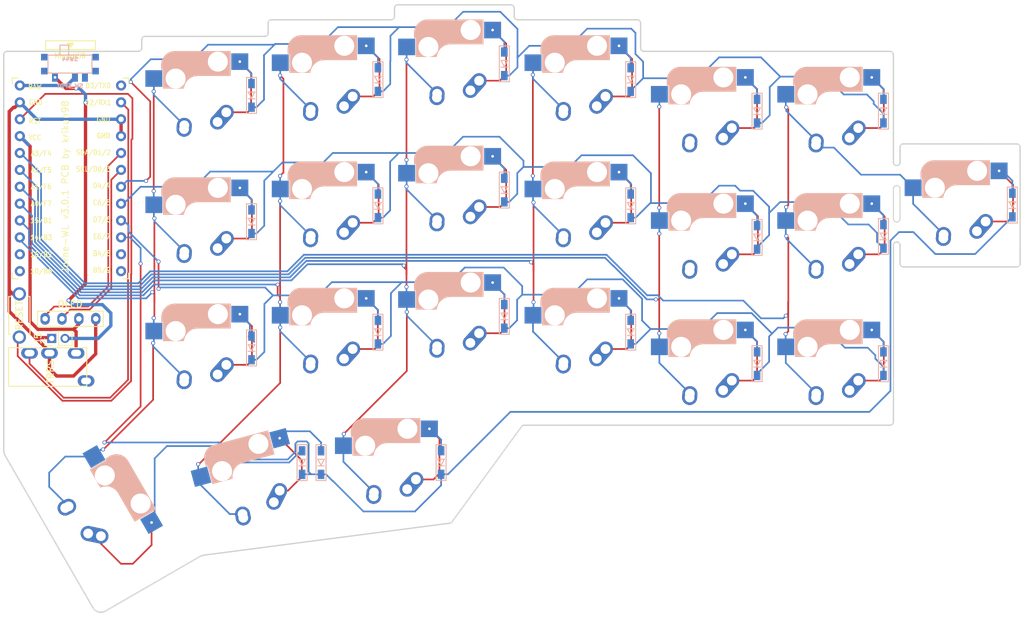
<source format=kicad_pcb>
(kicad_pcb (version 20171130) (host pcbnew "(5.1.10)-1")
  (title_block (title "Corne Cherry") (date 2020-09-28) (rev 3.0.1) (company foostan))
  (layers (0 F.Cu signal) (31 B.Cu signal) (34 B.Paste user) (35 F.Paste user) (36 B.SilkS user) (37 F.SilkS user) (38 B.Mask user) (39 F.Mask user) (44 Edge.Cuts user))
  (net 0 "")
  (net 1 "Net-(D22-Pad2)")
  (net 2 row0_r)
  (net 3 "Net-(D23-Pad2)")
  (net 4 "Net-(D24-Pad2)")
  (net 5 "Net-(D25-Pad2)")
  (net 6 "Net-(D26-Pad2)")
  (net 7 "Net-(D27-Pad2)")
  (net 8 row1_r)
  (net 9 "Net-(D28-Pad2)")
  (net 10 "Net-(D29-Pad2)")
  (net 11 "Net-(D30-Pad2)")
  (net 12 "Net-(D31-Pad2)")
  (net 13 "Net-(D32-Pad2)")
  (net 14 "Net-(D33-Pad2)")
  (net 15 row2_r)
  (net 16 "Net-(D34-Pad2)")
  (net 17 "Net-(D35-Pad2)")
  (net 18 "Net-(D36-Pad2)")
  (net 19 "Net-(D37-Pad2)")
  (net 20 "Net-(D38-Pad2)")
  (net 21 "Net-(D39-Pad2)")
  (net 22 "Net-(D40-Pad2)")
  (net 23 row3_r)
  (net 24 "Net-(D41-Pad2)")
  (net 25 "Net-(D42-Pad2)")
  (net 26 data_r)
  (net 27 SDA_r)
  (net 28 SCL_r)
  (net 29 LED_r)
  (net 30 reset_r)
  (net 31 col0_r)
  (net 32 col1_r)
  (net 33 col2_r)
  (net 34 col3_r)
  (net 35 col4_r)
  (net 36 col5_r)
  (net 37 VDD)
  (net 38 GNDA)
  (net 39 "Net-(U2-Pad11)")
  (net 40 "Net-(U2-Pad12)")
  (net 41 "Net-(U2-Pad13)")
  (net 42 "Net-(U2-Pad14)")
  (net 43 "Net-(J3-PadA)")
  (net 44 "Net-(D43-Pad2)")
  (net 45 "Net-(J5-Pad2)")
  (net 46 pow)
  (net 47 "Net-(SW44-Pad3)")
  (module kbd:MX-Alps-HS-1U (layer F.Cu) (at 219.6145 28.65)
    (fp_text reference SW25 hide)
    (fp_text value SW_PUSH hide)
    (pad 1 thru_hole oval (at -2.5 4.5 266.1) (size 2.831378 2.25) (drill 1.47 (offset 0.290689 0)) (layers *.Cu B.Mask) (net 34 col3_r))
    (pad "" np_thru_hole circle (at 0 0 180) (size 3.9878 3.9878) (drill 3.9878) (layers *.Cu *.Mask))
    (pad 2 thru_hole circle (at 2.5 4 180) (size 2.25 2.25) (drill 1.47) (layers *.Cu B.Mask) (net 5 "Net-(D25-Pad2)"))
    (pad "" np_thru_hole circle (at -5.08 0 228.0996) (size 1.75 1.75) (drill 1.75) (layers *.Cu *.Mask))
    (pad "" np_thru_hole circle (at 5.08 0 228.0996) (size 1.75 1.75) (drill 1.75) (layers *.Cu *.Mask))
    (pad 1 thru_hole circle (at -2.54 5.08 180) (size 2.25 2.25) (drill 1.47) (layers *.Cu B.Mask) (net 34 col3_r))
    (pad 2 thru_hole oval (at 3.81 2.54 228.1) (size 4.211556 2.25) (drill 1.47 (offset 0.980778 0)) (layers *.Cu B.Mask) (net 5 "Net-(D25-Pad2)"))
    (pad "" np_thru_hole circle (at 2.54 -5.08) (size 3 3) (drill 3) (layers *.Cu *.Mask))
    (pad "" np_thru_hole circle (at -3.81 -2.54) (size 3 3) (drill 3) (layers *.Cu *.Mask))
    (pad 2 smd rect (at 5.842 -5.08 180) (size 2.55 2.5) (layers B.Cu B.Paste B.Mask) (net 5 "Net-(D25-Pad2)"))
    (pad "" np_thru_hole circle (at -5.08 0) (size 1.9 1.9) (drill 1.9) (layers *.Cu *.Mask))
    (pad "" np_thru_hole circle (at 5.08 0) (size 1.9 1.9) (drill 1.9) (layers *.Cu *.Mask))
    (pad "" np_thru_hole circle (at 0 0 90) (size 4.1 4.1) (drill 4.1) (layers *.Cu *.Mask))
    (pad 1 smd rect (at -7.085 -2.54 180) (size 2.55 2.5) (layers B.Cu B.Paste B.Mask) (net 34 col3_r))
  )
  (module kbd:MX-Alps-HS-1U (layer F.Cu) (at 200.6145 31.025)
    (fp_text reference SW26 hide)
    (fp_text value SW_PUSH hide)
    (pad 1 thru_hole oval (at -2.5 4.5 266.1) (size 2.831378 2.25) (drill 1.47 (offset 0.290689 0)) (layers *.Cu B.Mask) (net 35 col4_r))
    (pad "" np_thru_hole circle (at 0 0 180) (size 3.9878 3.9878) (drill 3.9878) (layers *.Cu *.Mask))
    (pad 2 thru_hole circle (at 2.5 4 180) (size 2.25 2.25) (drill 1.47) (layers *.Cu B.Mask) (net 6 "Net-(D26-Pad2)"))
    (pad "" np_thru_hole circle (at -5.08 0 228.0996) (size 1.75 1.75) (drill 1.75) (layers *.Cu *.Mask))
    (pad "" np_thru_hole circle (at 5.08 0 228.0996) (size 1.75 1.75) (drill 1.75) (layers *.Cu *.Mask))
    (pad 1 thru_hole circle (at -2.54 5.08 180) (size 2.25 2.25) (drill 1.47) (layers *.Cu B.Mask) (net 35 col4_r))
    (pad 2 thru_hole oval (at 3.81 2.54 228.1) (size 4.211556 2.25) (drill 1.47 (offset 0.980778 0)) (layers *.Cu B.Mask) (net 6 "Net-(D26-Pad2)"))
    (pad "" np_thru_hole circle (at 2.54 -5.08) (size 3 3) (drill 3) (layers *.Cu *.Mask))
    (pad "" np_thru_hole circle (at -3.81 -2.54) (size 3 3) (drill 3) (layers *.Cu *.Mask))
    (pad 2 smd rect (at 5.842 -5.08 180) (size 2.55 2.5) (layers B.Cu B.Paste B.Mask) (net 6 "Net-(D26-Pad2)"))
    (pad "" np_thru_hole circle (at -5.08 0) (size 1.9 1.9) (drill 1.9) (layers *.Cu *.Mask))
    (pad "" np_thru_hole circle (at 5.08 0) (size 1.9 1.9) (drill 1.9) (layers *.Cu *.Mask))
    (pad "" np_thru_hole circle (at 0 0 90) (size 4.1 4.1) (drill 4.1) (layers *.Cu *.Mask))
    (pad 1 smd rect (at -7.085 -2.54 180) (size 2.55 2.5) (layers B.Cu B.Paste B.Mask) (net 35 col4_r))
  )
  (module kbd:MX-Alps-HS-1.5U (layer F.Cu) (at 166.8645 95.15 300)
    (fp_text reference SW42 hide)
    (fp_text value SW_PUSH hide)
    (pad 1 thru_hole circle (at -2.54 5.08 120) (size 2.25 2.25) (drill 1.47) (layers *.Cu B.Mask) (net 36 col5_r))
    (pad 1 thru_hole oval (at -2.5 4.5 206.1) (size 2.831378 2.25) (drill 1.47 (offset 0.290689 0)) (layers *.Cu B.Mask) (net 36 col5_r))
    (pad 2 thru_hole circle (at 2.5 4 120) (size 2.25 2.25) (drill 1.47) (layers *.Cu B.Mask) (net 25 "Net-(D42-Pad2)"))
    (pad 2 thru_hole oval (at 3.81 2.54 168.1) (size 4.211556 2.25) (drill 1.47 (offset 0.980778 0)) (layers *.Cu B.Mask) (net 25 "Net-(D42-Pad2)"))
    (pad "" np_thru_hole circle (at 0 0 120) (size 3.9878 3.9878) (drill 3.9878) (layers *.Cu *.Mask))
    (pad "" np_thru_hole circle (at 5.08 0 168.0996) (size 1.75 1.75) (drill 1.75) (layers *.Cu *.Mask))
    (pad "" np_thru_hole circle (at -5.08 0 168.0996) (size 1.75 1.75) (drill 1.75) (layers *.Cu *.Mask))
    (pad "" np_thru_hole circle (at 2.54 -5.08 300) (size 3 3) (drill 3) (layers *.Cu *.Mask))
    (pad "" np_thru_hole circle (at -3.81 -2.54 300) (size 3 3) (drill 3) (layers *.Cu *.Mask))
    (pad 2 smd rect (at 5.842 -5.08 120) (size 2.55 2.5) (layers B.Cu B.Paste B.Mask) (net 25 "Net-(D42-Pad2)"))
    (pad "" np_thru_hole circle (at -5.08 0 300) (size 1.9 1.9) (drill 1.9) (layers *.Cu *.Mask))
    (pad "" np_thru_hole circle (at 5.08 0 300) (size 1.9 1.9) (drill 1.9) (layers *.Cu *.Mask))
    (pad "" np_thru_hole circle (at 0 0 30) (size 4.1 4.1) (drill 4.1) (layers *.Cu *.Mask))
    (pad 1 smd rect (at -7.085 -2.54 120) (size 2.55 2.5) (layers B.Cu B.Paste B.Mask) (net 36 col5_r))
  )
  (module kbd:MX-Alps-HS-1U (layer F.Cu) (at 181.6145 71.4)
    (fp_text reference SW39 hide)
    (fp_text value SW_PUSH hide)
    (pad 1 thru_hole oval (at -2.5 4.5 266.1) (size 2.831378 2.25) (drill 1.47 (offset 0.290689 0)) (layers *.Cu B.Mask) (net 36 col5_r))
    (pad "" np_thru_hole circle (at 0 0 180) (size 3.9878 3.9878) (drill 3.9878) (layers *.Cu *.Mask))
    (pad 2 thru_hole circle (at 2.5 4 180) (size 2.25 2.25) (drill 1.47) (layers *.Cu B.Mask) (net 21 "Net-(D39-Pad2)"))
    (pad "" np_thru_hole circle (at -5.08 0 228.0996) (size 1.75 1.75) (drill 1.75) (layers *.Cu *.Mask))
    (pad "" np_thru_hole circle (at 5.08 0 228.0996) (size 1.75 1.75) (drill 1.75) (layers *.Cu *.Mask))
    (pad 1 thru_hole circle (at -2.54 5.08 180) (size 2.25 2.25) (drill 1.47) (layers *.Cu B.Mask) (net 36 col5_r))
    (pad 2 thru_hole oval (at 3.81 2.54 228.1) (size 4.211556 2.25) (drill 1.47 (offset 0.980778 0)) (layers *.Cu B.Mask) (net 21 "Net-(D39-Pad2)"))
    (pad "" np_thru_hole circle (at 2.54 -5.08) (size 3 3) (drill 3) (layers *.Cu *.Mask))
    (pad "" np_thru_hole circle (at -3.81 -2.54) (size 3 3) (drill 3) (layers *.Cu *.Mask))
    (pad 2 smd rect (at 5.842 -5.08 180) (size 2.55 2.5) (layers B.Cu B.Paste B.Mask) (net 21 "Net-(D39-Pad2)"))
    (pad "" np_thru_hole circle (at -5.08 0) (size 1.9 1.9) (drill 1.9) (layers *.Cu *.Mask))
    (pad "" np_thru_hole circle (at 5.08 0) (size 1.9 1.9) (drill 1.9) (layers *.Cu *.Mask))
    (pad "" np_thru_hole circle (at 0 0 90) (size 4.1 4.1) (drill 4.1) (layers *.Cu *.Mask))
    (pad 1 smd rect (at -7.085 -2.54 180) (size 2.55 2.5) (layers B.Cu B.Paste B.Mask) (net 36 col5_r))
  )
  (module kbd:MX-Alps-HS-1U (layer F.Cu) (at 238.6145 50.025)
    (fp_text reference SW30 hide)
    (fp_text value SW_PUSH hide)
    (pad 1 thru_hole oval (at -2.5 4.5 266.1) (size 2.831378 2.25) (drill 1.47 (offset 0.290689 0)) (layers *.Cu B.Mask) (net 33 col2_r))
    (pad "" np_thru_hole circle (at 0 0 180) (size 3.9878 3.9878) (drill 3.9878) (layers *.Cu *.Mask))
    (pad 2 thru_hole circle (at 2.5 4 180) (size 2.25 2.25) (drill 1.47) (layers *.Cu B.Mask) (net 11 "Net-(D30-Pad2)"))
    (pad "" np_thru_hole circle (at -5.08 0 228.0996) (size 1.75 1.75) (drill 1.75) (layers *.Cu *.Mask))
    (pad "" np_thru_hole circle (at 5.08 0 228.0996) (size 1.75 1.75) (drill 1.75) (layers *.Cu *.Mask))
    (pad 1 thru_hole circle (at -2.54 5.08 180) (size 2.25 2.25) (drill 1.47) (layers *.Cu B.Mask) (net 33 col2_r))
    (pad 2 thru_hole oval (at 3.81 2.54 228.1) (size 4.211556 2.25) (drill 1.47 (offset 0.980778 0)) (layers *.Cu B.Mask) (net 11 "Net-(D30-Pad2)"))
    (pad "" np_thru_hole circle (at 2.54 -5.08) (size 3 3) (drill 3) (layers *.Cu *.Mask))
    (pad "" np_thru_hole circle (at -3.81 -2.54) (size 3 3) (drill 3) (layers *.Cu *.Mask))
    (pad 2 smd rect (at 5.842 -5.08 180) (size 2.55 2.5) (layers B.Cu B.Paste B.Mask) (net 11 "Net-(D30-Pad2)"))
    (pad "" np_thru_hole circle (at -5.08 0) (size 1.9 1.9) (drill 1.9) (layers *.Cu *.Mask))
    (pad "" np_thru_hole circle (at 5.08 0) (size 1.9 1.9) (drill 1.9) (layers *.Cu *.Mask))
    (pad "" np_thru_hole circle (at 0 0 90) (size 4.1 4.1) (drill 4.1) (layers *.Cu *.Mask))
    (pad 1 smd rect (at -7.085 -2.54 180) (size 2.55 2.5) (layers B.Cu B.Paste B.Mask) (net 33 col2_r))
  )
  (module kbd:MX-Alps-HS-1U (layer F.Cu) (at 295.76314 49.83798)
    (fp_text reference SW43 hide)
    (fp_text value SW_PUSH hide)
    (pad 1 thru_hole oval (at -2.5 4.5 266.1) (size 2.831378 2.25) (drill 1.47 (offset 0.290689 0)) (layers *.Cu B.Mask) (net 31 col0_r))
    (pad "" np_thru_hole circle (at 0 0 180) (size 3.9878 3.9878) (drill 3.9878) (layers *.Cu *.Mask))
    (pad 2 thru_hole circle (at 2.5 4 180) (size 2.25 2.25) (drill 1.47) (layers *.Cu B.Mask) (net 44 "Net-(D43-Pad2)"))
    (pad "" np_thru_hole circle (at -5.08 0 228.0996) (size 1.75 1.75) (drill 1.75) (layers *.Cu *.Mask))
    (pad "" np_thru_hole circle (at 5.08 0 228.0996) (size 1.75 1.75) (drill 1.75) (layers *.Cu *.Mask))
    (pad 1 thru_hole circle (at -2.54 5.08 180) (size 2.25 2.25) (drill 1.47) (layers *.Cu B.Mask) (net 31 col0_r))
    (pad 2 thru_hole oval (at 3.81 2.54 228.1) (size 4.211556 2.25) (drill 1.47 (offset 0.980778 0)) (layers *.Cu B.Mask) (net 44 "Net-(D43-Pad2)"))
    (pad "" np_thru_hole circle (at 2.54 -5.08) (size 3 3) (drill 3) (layers *.Cu *.Mask))
    (pad "" np_thru_hole circle (at -3.81 -2.54) (size 3 3) (drill 3) (layers *.Cu *.Mask))
    (pad 2 smd rect (at 5.842 -5.08 180) (size 2.55 2.5) (layers B.Cu B.Paste B.Mask) (net 44 "Net-(D43-Pad2)"))
    (pad "" np_thru_hole circle (at -5.08 0) (size 1.9 1.9) (drill 1.9) (layers *.Cu *.Mask))
    (pad "" np_thru_hole circle (at 5.08 0) (size 1.9 1.9) (drill 1.9) (layers *.Cu *.Mask))
    (pad "" np_thru_hole circle (at 0 0 90) (size 4.1 4.1) (drill 4.1) (layers *.Cu *.Mask))
    (pad 1 smd rect (at -7.085 -2.54 180) (size 2.55 2.5) (layers B.Cu B.Paste B.Mask) (net 31 col0_r))
  )
  (module kbd:MX-Alps-HS-1U (layer F.Cu) (at 181.6145 52.4)
    (fp_text reference SW33 hide)
    (fp_text value SW_PUSH hide)
    (pad 1 thru_hole oval (at -2.5 4.5 266.1) (size 2.831378 2.25) (drill 1.47 (offset 0.290689 0)) (layers *.Cu B.Mask) (net 36 col5_r))
    (pad "" np_thru_hole circle (at 0 0 180) (size 3.9878 3.9878) (drill 3.9878) (layers *.Cu *.Mask))
    (pad 2 thru_hole circle (at 2.5 4 180) (size 2.25 2.25) (drill 1.47) (layers *.Cu B.Mask) (net 14 "Net-(D33-Pad2)"))
    (pad "" np_thru_hole circle (at -5.08 0 228.0996) (size 1.75 1.75) (drill 1.75) (layers *.Cu *.Mask))
    (pad "" np_thru_hole circle (at 5.08 0 228.0996) (size 1.75 1.75) (drill 1.75) (layers *.Cu *.Mask))
    (pad 1 thru_hole circle (at -2.54 5.08 180) (size 2.25 2.25) (drill 1.47) (layers *.Cu B.Mask) (net 36 col5_r))
    (pad 2 thru_hole oval (at 3.81 2.54 228.1) (size 4.211556 2.25) (drill 1.47 (offset 0.980778 0)) (layers *.Cu B.Mask) (net 14 "Net-(D33-Pad2)"))
    (pad "" np_thru_hole circle (at 2.54 -5.08) (size 3 3) (drill 3) (layers *.Cu *.Mask))
    (pad "" np_thru_hole circle (at -3.81 -2.54) (size 3 3) (drill 3) (layers *.Cu *.Mask))
    (pad 2 smd rect (at 5.842 -5.08 180) (size 2.55 2.5) (layers B.Cu B.Paste B.Mask) (net 14 "Net-(D33-Pad2)"))
    (pad "" np_thru_hole circle (at -5.08 0) (size 1.9 1.9) (drill 1.9) (layers *.Cu *.Mask))
    (pad "" np_thru_hole circle (at 5.08 0) (size 1.9 1.9) (drill 1.9) (layers *.Cu *.Mask))
    (pad "" np_thru_hole circle (at 0 0 90) (size 4.1 4.1) (drill 4.1) (layers *.Cu *.Mask))
    (pad 1 smd rect (at -7.085 -2.54 180) (size 2.55 2.5) (layers B.Cu B.Paste B.Mask) (net 36 col5_r))
  )
  (module kbd:MX-Alps-HS-1U (layer F.Cu) (at 257.6145 73.775)
    (fp_text reference SW35 hide)
    (fp_text value SW_PUSH hide)
    (pad 1 thru_hole oval (at -2.5 4.5 266.1) (size 2.831378 2.25) (drill 1.47 (offset 0.290689 0)) (layers *.Cu B.Mask) (net 32 col1_r))
    (pad "" np_thru_hole circle (at 0 0 180) (size 3.9878 3.9878) (drill 3.9878) (layers *.Cu *.Mask))
    (pad 2 thru_hole circle (at 2.5 4 180) (size 2.25 2.25) (drill 1.47) (layers *.Cu B.Mask) (net 17 "Net-(D35-Pad2)"))
    (pad "" np_thru_hole circle (at -5.08 0 228.0996) (size 1.75 1.75) (drill 1.75) (layers *.Cu *.Mask))
    (pad "" np_thru_hole circle (at 5.08 0 228.0996) (size 1.75 1.75) (drill 1.75) (layers *.Cu *.Mask))
    (pad 1 thru_hole circle (at -2.54 5.08 180) (size 2.25 2.25) (drill 1.47) (layers *.Cu B.Mask) (net 32 col1_r))
    (pad 2 thru_hole oval (at 3.81 2.54 228.1) (size 4.211556 2.25) (drill 1.47 (offset 0.980778 0)) (layers *.Cu B.Mask) (net 17 "Net-(D35-Pad2)"))
    (pad "" np_thru_hole circle (at 2.54 -5.08) (size 3 3) (drill 3) (layers *.Cu *.Mask))
    (pad "" np_thru_hole circle (at -3.81 -2.54) (size 3 3) (drill 3) (layers *.Cu *.Mask))
    (pad 2 smd rect (at 5.842 -5.08 180) (size 2.55 2.5) (layers B.Cu B.Paste B.Mask) (net 17 "Net-(D35-Pad2)"))
    (pad "" np_thru_hole circle (at -5.08 0) (size 1.9 1.9) (drill 1.9) (layers *.Cu *.Mask))
    (pad "" np_thru_hole circle (at 5.08 0) (size 1.9 1.9) (drill 1.9) (layers *.Cu *.Mask))
    (pad "" np_thru_hole circle (at 0 0 90) (size 4.1 4.1) (drill 4.1) (layers *.Cu *.Mask))
    (pad 1 smd rect (at -7.085 -2.54 180) (size 2.55 2.5) (layers B.Cu B.Paste B.Mask) (net 32 col1_r))
  )
  (module kbd:MX-Alps-HS-1U (layer F.Cu) (at 219.6145 66.65)
    (fp_text reference SW37 hide)
    (fp_text value SW_PUSH hide)
    (pad 1 thru_hole oval (at -2.5 4.5 266.1) (size 2.831378 2.25) (drill 1.47 (offset 0.290689 0)) (layers *.Cu B.Mask) (net 34 col3_r))
    (pad "" np_thru_hole circle (at 0 0 180) (size 3.9878 3.9878) (drill 3.9878) (layers *.Cu *.Mask))
    (pad 2 thru_hole circle (at 2.5 4 180) (size 2.25 2.25) (drill 1.47) (layers *.Cu B.Mask) (net 19 "Net-(D37-Pad2)"))
    (pad "" np_thru_hole circle (at -5.08 0 228.0996) (size 1.75 1.75) (drill 1.75) (layers *.Cu *.Mask))
    (pad "" np_thru_hole circle (at 5.08 0 228.0996) (size 1.75 1.75) (drill 1.75) (layers *.Cu *.Mask))
    (pad 1 thru_hole circle (at -2.54 5.08 180) (size 2.25 2.25) (drill 1.47) (layers *.Cu B.Mask) (net 34 col3_r))
    (pad 2 thru_hole oval (at 3.81 2.54 228.1) (size 4.211556 2.25) (drill 1.47 (offset 0.980778 0)) (layers *.Cu B.Mask) (net 19 "Net-(D37-Pad2)"))
    (pad "" np_thru_hole circle (at 2.54 -5.08) (size 3 3) (drill 3) (layers *.Cu *.Mask))
    (pad "" np_thru_hole circle (at -3.81 -2.54) (size 3 3) (drill 3) (layers *.Cu *.Mask))
    (pad 2 smd rect (at 5.842 -5.08 180) (size 2.55 2.5) (layers B.Cu B.Paste B.Mask) (net 19 "Net-(D37-Pad2)"))
    (pad "" np_thru_hole circle (at -5.08 0) (size 1.9 1.9) (drill 1.9) (layers *.Cu *.Mask))
    (pad "" np_thru_hole circle (at 5.08 0) (size 1.9 1.9) (drill 1.9) (layers *.Cu *.Mask))
    (pad "" np_thru_hole circle (at 0 0 90) (size 4.1 4.1) (drill 4.1) (layers *.Cu *.Mask))
    (pad 1 smd rect (at -7.085 -2.54 180) (size 2.55 2.5) (layers B.Cu B.Paste B.Mask) (net 34 col3_r))
  )
  (module kbd:MX-Alps-HS-1U (layer F.Cu) (at 276.6145 35.775)
    (fp_text reference SW22 hide)
    (fp_text value SW_PUSH hide)
    (pad 1 thru_hole oval (at -2.5 4.5 266.1) (size 2.831378 2.25) (drill 1.47 (offset 0.290689 0)) (layers *.Cu B.Mask) (net 31 col0_r))
    (pad "" np_thru_hole circle (at 0 0 180) (size 3.9878 3.9878) (drill 3.9878) (layers *.Cu *.Mask))
    (pad 2 thru_hole circle (at 2.5 4 180) (size 2.25 2.25) (drill 1.47) (layers *.Cu B.Mask) (net 1 "Net-(D22-Pad2)"))
    (pad "" np_thru_hole circle (at -5.08 0 228.0996) (size 1.75 1.75) (drill 1.75) (layers *.Cu *.Mask))
    (pad "" np_thru_hole circle (at 5.08 0 228.0996) (size 1.75 1.75) (drill 1.75) (layers *.Cu *.Mask))
    (pad 1 thru_hole circle (at -2.54 5.08 180) (size 2.25 2.25) (drill 1.47) (layers *.Cu B.Mask) (net 31 col0_r))
    (pad 2 thru_hole oval (at 3.81 2.54 228.1) (size 4.211556 2.25) (drill 1.47 (offset 0.980778 0)) (layers *.Cu B.Mask) (net 1 "Net-(D22-Pad2)"))
    (pad "" np_thru_hole circle (at 2.54 -5.08) (size 3 3) (drill 3) (layers *.Cu *.Mask))
    (pad "" np_thru_hole circle (at -3.81 -2.54) (size 3 3) (drill 3) (layers *.Cu *.Mask))
    (pad 2 smd rect (at 5.842 -5.08 180) (size 2.55 2.5) (layers B.Cu B.Paste B.Mask) (net 1 "Net-(D22-Pad2)"))
    (pad "" np_thru_hole circle (at -5.08 0) (size 1.9 1.9) (drill 1.9) (layers *.Cu *.Mask))
    (pad "" np_thru_hole circle (at 5.08 0) (size 1.9 1.9) (drill 1.9) (layers *.Cu *.Mask))
    (pad "" np_thru_hole circle (at 0 0 90) (size 4.1 4.1) (drill 4.1) (layers *.Cu *.Mask))
    (pad 1 smd rect (at -7.085 -2.54 180) (size 2.55 2.5) (layers B.Cu B.Paste B.Mask) (net 31 col0_r))
  )
  (module kbd:MX-Alps-HS-1U (layer F.Cu) (at 257.6145 35.775)
    (fp_text reference SW23 hide)
    (fp_text value SW_PUSH hide)
    (pad 1 thru_hole oval (at -2.5 4.5 266.1) (size 2.831378 2.25) (drill 1.47 (offset 0.290689 0)) (layers *.Cu B.Mask) (net 32 col1_r))
    (pad "" np_thru_hole circle (at 0 0 180) (size 3.9878 3.9878) (drill 3.9878) (layers *.Cu *.Mask))
    (pad 2 thru_hole circle (at 2.5 4 180) (size 2.25 2.25) (drill 1.47) (layers *.Cu B.Mask) (net 3 "Net-(D23-Pad2)"))
    (pad "" np_thru_hole circle (at -5.08 0 228.0996) (size 1.75 1.75) (drill 1.75) (layers *.Cu *.Mask))
    (pad "" np_thru_hole circle (at 5.08 0 228.0996) (size 1.75 1.75) (drill 1.75) (layers *.Cu *.Mask))
    (pad 1 thru_hole circle (at -2.54 5.08 180) (size 2.25 2.25) (drill 1.47) (layers *.Cu B.Mask) (net 32 col1_r))
    (pad 2 thru_hole oval (at 3.81 2.54 228.1) (size 4.211556 2.25) (drill 1.47 (offset 0.980778 0)) (layers *.Cu B.Mask) (net 3 "Net-(D23-Pad2)"))
    (pad "" np_thru_hole circle (at 2.54 -5.08) (size 3 3) (drill 3) (layers *.Cu *.Mask))
    (pad "" np_thru_hole circle (at -3.81 -2.54) (size 3 3) (drill 3) (layers *.Cu *.Mask))
    (pad 2 smd rect (at 5.842 -5.08 180) (size 2.55 2.5) (layers B.Cu B.Paste B.Mask) (net 3 "Net-(D23-Pad2)"))
    (pad "" np_thru_hole circle (at -5.08 0) (size 1.9 1.9) (drill 1.9) (layers *.Cu *.Mask))
    (pad "" np_thru_hole circle (at 5.08 0) (size 1.9 1.9) (drill 1.9) (layers *.Cu *.Mask))
    (pad "" np_thru_hole circle (at 0 0 90) (size 4.1 4.1) (drill 4.1) (layers *.Cu *.Mask))
    (pad 1 smd rect (at -7.085 -2.54 180) (size 2.55 2.5) (layers B.Cu B.Paste B.Mask) (net 32 col1_r))
  )
  (module kbd:MX-Alps-HS-1U (layer F.Cu) (at 238.6145 31.025)
    (fp_text reference SW24 hide)
    (fp_text value SW_PUSH hide)
    (pad 1 thru_hole oval (at -2.5 4.5 266.1) (size 2.831378 2.25) (drill 1.47 (offset 0.290689 0)) (layers *.Cu B.Mask) (net 33 col2_r))
    (pad "" np_thru_hole circle (at 0 0 180) (size 3.9878 3.9878) (drill 3.9878) (layers *.Cu *.Mask))
    (pad 2 thru_hole circle (at 2.5 4 180) (size 2.25 2.25) (drill 1.47) (layers *.Cu B.Mask) (net 4 "Net-(D24-Pad2)"))
    (pad "" np_thru_hole circle (at -5.08 0 228.0996) (size 1.75 1.75) (drill 1.75) (layers *.Cu *.Mask))
    (pad "" np_thru_hole circle (at 5.08 0 228.0996) (size 1.75 1.75) (drill 1.75) (layers *.Cu *.Mask))
    (pad 1 thru_hole circle (at -2.54 5.08 180) (size 2.25 2.25) (drill 1.47) (layers *.Cu B.Mask) (net 33 col2_r))
    (pad 2 thru_hole oval (at 3.81 2.54 228.1) (size 4.211556 2.25) (drill 1.47 (offset 0.980778 0)) (layers *.Cu B.Mask) (net 4 "Net-(D24-Pad2)"))
    (pad "" np_thru_hole circle (at 2.54 -5.08) (size 3 3) (drill 3) (layers *.Cu *.Mask))
    (pad "" np_thru_hole circle (at -3.81 -2.54) (size 3 3) (drill 3) (layers *.Cu *.Mask))
    (pad 2 smd rect (at 5.842 -5.08 180) (size 2.55 2.5) (layers B.Cu B.Paste B.Mask) (net 4 "Net-(D24-Pad2)"))
    (pad "" np_thru_hole circle (at -5.08 0) (size 1.9 1.9) (drill 1.9) (layers *.Cu *.Mask))
    (pad "" np_thru_hole circle (at 5.08 0) (size 1.9 1.9) (drill 1.9) (layers *.Cu *.Mask))
    (pad "" np_thru_hole circle (at 0 0 90) (size 4.1 4.1) (drill 4.1) (layers *.Cu *.Mask))
    (pad 1 smd rect (at -7.085 -2.54 180) (size 2.55 2.5) (layers B.Cu B.Paste B.Mask) (net 33 col2_r))
  )
  (module kbd:MX-Alps-HS-1U (layer F.Cu) (at 181.6075 33.405)
    (fp_text reference SW27 hide)
    (fp_text value SW_PUSH hide)
    (pad 1 thru_hole oval (at -2.5 4.5 266.1) (size 2.831378 2.25) (drill 1.47 (offset 0.290689 0)) (layers *.Cu B.Mask) (net 36 col5_r))
    (pad "" np_thru_hole circle (at 0 0 180) (size 3.9878 3.9878) (drill 3.9878) (layers *.Cu *.Mask))
    (pad 2 thru_hole circle (at 2.5 4 180) (size 2.25 2.25) (drill 1.47) (layers *.Cu B.Mask) (net 7 "Net-(D27-Pad2)"))
    (pad "" np_thru_hole circle (at -5.08 0 228.0996) (size 1.75 1.75) (drill 1.75) (layers *.Cu *.Mask))
    (pad "" np_thru_hole circle (at 5.08 0 228.0996) (size 1.75 1.75) (drill 1.75) (layers *.Cu *.Mask))
    (pad 1 thru_hole circle (at -2.54 5.08 180) (size 2.25 2.25) (drill 1.47) (layers *.Cu B.Mask) (net 36 col5_r))
    (pad 2 thru_hole oval (at 3.81 2.54 228.1) (size 4.211556 2.25) (drill 1.47 (offset 0.980778 0)) (layers *.Cu B.Mask) (net 7 "Net-(D27-Pad2)"))
    (pad "" np_thru_hole circle (at 2.54 -5.08) (size 3 3) (drill 3) (layers *.Cu *.Mask))
    (pad "" np_thru_hole circle (at -3.81 -2.54) (size 3 3) (drill 3) (layers *.Cu *.Mask))
    (pad 2 smd rect (at 5.842 -5.08 180) (size 2.55 2.5) (layers B.Cu B.Paste B.Mask) (net 7 "Net-(D27-Pad2)"))
    (pad "" np_thru_hole circle (at -5.08 0) (size 1.9 1.9) (drill 1.9) (layers *.Cu *.Mask))
    (pad "" np_thru_hole circle (at 5.08 0) (size 1.9 1.9) (drill 1.9) (layers *.Cu *.Mask))
    (pad "" np_thru_hole circle (at 0 0 90) (size 4.1 4.1) (drill 4.1) (layers *.Cu *.Mask))
    (pad 1 smd rect (at -7.085 -2.54 180) (size 2.55 2.5) (layers B.Cu B.Paste B.Mask) (net 36 col5_r))
  )
  (module kbd:MX-Alps-HS-1U (layer F.Cu) (at 276.6145 54.775)
    (fp_text reference SW28 hide)
    (fp_text value SW_PUSH hide)
    (pad 1 thru_hole oval (at -2.5 4.5 266.1) (size 2.831378 2.25) (drill 1.47 (offset 0.290689 0)) (layers *.Cu B.Mask) (net 31 col0_r))
    (pad "" np_thru_hole circle (at 0 0 180) (size 3.9878 3.9878) (drill 3.9878) (layers *.Cu *.Mask))
    (pad 2 thru_hole circle (at 2.5 4 180) (size 2.25 2.25) (drill 1.47) (layers *.Cu B.Mask) (net 9 "Net-(D28-Pad2)"))
    (pad "" np_thru_hole circle (at -5.08 0 228.0996) (size 1.75 1.75) (drill 1.75) (layers *.Cu *.Mask))
    (pad "" np_thru_hole circle (at 5.08 0 228.0996) (size 1.75 1.75) (drill 1.75) (layers *.Cu *.Mask))
    (pad 1 thru_hole circle (at -2.54 5.08 180) (size 2.25 2.25) (drill 1.47) (layers *.Cu B.Mask) (net 31 col0_r))
    (pad 2 thru_hole oval (at 3.81 2.54 228.1) (size 4.211556 2.25) (drill 1.47 (offset 0.980778 0)) (layers *.Cu B.Mask) (net 9 "Net-(D28-Pad2)"))
    (pad "" np_thru_hole circle (at 2.54 -5.08) (size 3 3) (drill 3) (layers *.Cu *.Mask))
    (pad "" np_thru_hole circle (at -3.81 -2.54) (size 3 3) (drill 3) (layers *.Cu *.Mask))
    (pad 2 smd rect (at 5.842 -5.08 180) (size 2.55 2.5) (layers B.Cu B.Paste B.Mask) (net 9 "Net-(D28-Pad2)"))
    (pad "" np_thru_hole circle (at -5.08 0) (size 1.9 1.9) (drill 1.9) (layers *.Cu *.Mask))
    (pad "" np_thru_hole circle (at 5.08 0) (size 1.9 1.9) (drill 1.9) (layers *.Cu *.Mask))
    (pad "" np_thru_hole circle (at 0 0 90) (size 4.1 4.1) (drill 4.1) (layers *.Cu *.Mask))
    (pad 1 smd rect (at -7.085 -2.54 180) (size 2.55 2.5) (layers B.Cu B.Paste B.Mask) (net 31 col0_r))
  )
  (module kbd:MX-Alps-HS-1U (layer F.Cu) (at 257.6145 54.775)
    (fp_text reference SW29 hide)
    (fp_text value SW_PUSH hide)
    (pad 1 thru_hole oval (at -2.5 4.5 266.1) (size 2.831378 2.25) (drill 1.47 (offset 0.290689 0)) (layers *.Cu B.Mask) (net 32 col1_r))
    (pad "" np_thru_hole circle (at 0 0 180) (size 3.9878 3.9878) (drill 3.9878) (layers *.Cu *.Mask))
    (pad 2 thru_hole circle (at 2.5 4 180) (size 2.25 2.25) (drill 1.47) (layers *.Cu B.Mask) (net 10 "Net-(D29-Pad2)"))
    (pad "" np_thru_hole circle (at -5.08 0 228.0996) (size 1.75 1.75) (drill 1.75) (layers *.Cu *.Mask))
    (pad "" np_thru_hole circle (at 5.08 0 228.0996) (size 1.75 1.75) (drill 1.75) (layers *.Cu *.Mask))
    (pad 1 thru_hole circle (at -2.54 5.08 180) (size 2.25 2.25) (drill 1.47) (layers *.Cu B.Mask) (net 32 col1_r))
    (pad 2 thru_hole oval (at 3.81 2.54 228.1) (size 4.211556 2.25) (drill 1.47 (offset 0.980778 0)) (layers *.Cu B.Mask) (net 10 "Net-(D29-Pad2)"))
    (pad "" np_thru_hole circle (at 2.54 -5.08) (size 3 3) (drill 3) (layers *.Cu *.Mask))
    (pad "" np_thru_hole circle (at -3.81 -2.54) (size 3 3) (drill 3) (layers *.Cu *.Mask))
    (pad 2 smd rect (at 5.842 -5.08 180) (size 2.55 2.5) (layers B.Cu B.Paste B.Mask) (net 10 "Net-(D29-Pad2)"))
    (pad "" np_thru_hole circle (at -5.08 0) (size 1.9 1.9) (drill 1.9) (layers *.Cu *.Mask))
    (pad "" np_thru_hole circle (at 5.08 0) (size 1.9 1.9) (drill 1.9) (layers *.Cu *.Mask))
    (pad "" np_thru_hole circle (at 0 0 90) (size 4.1 4.1) (drill 4.1) (layers *.Cu *.Mask))
    (pad 1 smd rect (at -7.085 -2.54 180) (size 2.55 2.5) (layers B.Cu B.Paste B.Mask) (net 32 col1_r))
  )
  (module kbd:MX-Alps-HS-1U (layer F.Cu) (at 219.6145 47.65)
    (fp_text reference SW31 hide)
    (fp_text value SW_PUSH hide)
    (pad 1 thru_hole oval (at -2.5 4.5 266.1) (size 2.831378 2.25) (drill 1.47 (offset 0.290689 0)) (layers *.Cu B.Mask) (net 34 col3_r))
    (pad "" np_thru_hole circle (at 0 0 180) (size 3.9878 3.9878) (drill 3.9878) (layers *.Cu *.Mask))
    (pad 2 thru_hole circle (at 2.5 4 180) (size 2.25 2.25) (drill 1.47) (layers *.Cu B.Mask) (net 12 "Net-(D31-Pad2)"))
    (pad "" np_thru_hole circle (at -5.08 0 228.0996) (size 1.75 1.75) (drill 1.75) (layers *.Cu *.Mask))
    (pad "" np_thru_hole circle (at 5.08 0 228.0996) (size 1.75 1.75) (drill 1.75) (layers *.Cu *.Mask))
    (pad 1 thru_hole circle (at -2.54 5.08 180) (size 2.25 2.25) (drill 1.47) (layers *.Cu B.Mask) (net 34 col3_r))
    (pad 2 thru_hole oval (at 3.81 2.54 228.1) (size 4.211556 2.25) (drill 1.47 (offset 0.980778 0)) (layers *.Cu B.Mask) (net 12 "Net-(D31-Pad2)"))
    (pad "" np_thru_hole circle (at 2.54 -5.08) (size 3 3) (drill 3) (layers *.Cu *.Mask))
    (pad "" np_thru_hole circle (at -3.81 -2.54) (size 3 3) (drill 3) (layers *.Cu *.Mask))
    (pad 2 smd rect (at 5.842 -5.08 180) (size 2.55 2.5) (layers B.Cu B.Paste B.Mask) (net 12 "Net-(D31-Pad2)"))
    (pad "" np_thru_hole circle (at -5.08 0) (size 1.9 1.9) (drill 1.9) (layers *.Cu *.Mask))
    (pad "" np_thru_hole circle (at 5.08 0) (size 1.9 1.9) (drill 1.9) (layers *.Cu *.Mask))
    (pad "" np_thru_hole circle (at 0 0 90) (size 4.1 4.1) (drill 4.1) (layers *.Cu *.Mask))
    (pad 1 smd rect (at -7.085 -2.54 180) (size 2.55 2.5) (layers B.Cu B.Paste B.Mask) (net 34 col3_r))
  )
  (module kbd:MX-Alps-HS-1U (layer F.Cu) (at 200.6145 50.025)
    (fp_text reference SW32 hide)
    (fp_text value SW_PUSH hide)
    (pad 1 thru_hole oval (at -2.5 4.5 266.1) (size 2.831378 2.25) (drill 1.47 (offset 0.290689 0)) (layers *.Cu B.Mask) (net 35 col4_r))
    (pad "" np_thru_hole circle (at 0 0 180) (size 3.9878 3.9878) (drill 3.9878) (layers *.Cu *.Mask))
    (pad 2 thru_hole circle (at 2.5 4 180) (size 2.25 2.25) (drill 1.47) (layers *.Cu B.Mask) (net 13 "Net-(D32-Pad2)"))
    (pad "" np_thru_hole circle (at -5.08 0 228.0996) (size 1.75 1.75) (drill 1.75) (layers *.Cu *.Mask))
    (pad "" np_thru_hole circle (at 5.08 0 228.0996) (size 1.75 1.75) (drill 1.75) (layers *.Cu *.Mask))
    (pad 1 thru_hole circle (at -2.54 5.08 180) (size 2.25 2.25) (drill 1.47) (layers *.Cu B.Mask) (net 35 col4_r))
    (pad 2 thru_hole oval (at 3.81 2.54 228.1) (size 4.211556 2.25) (drill 1.47 (offset 0.980778 0)) (layers *.Cu B.Mask) (net 13 "Net-(D32-Pad2)"))
    (pad "" np_thru_hole circle (at 2.54 -5.08) (size 3 3) (drill 3) (layers *.Cu *.Mask))
    (pad "" np_thru_hole circle (at -3.81 -2.54) (size 3 3) (drill 3) (layers *.Cu *.Mask))
    (pad 2 smd rect (at 5.842 -5.08 180) (size 2.55 2.5) (layers B.Cu B.Paste B.Mask) (net 13 "Net-(D32-Pad2)"))
    (pad "" np_thru_hole circle (at -5.08 0) (size 1.9 1.9) (drill 1.9) (layers *.Cu *.Mask))
    (pad "" np_thru_hole circle (at 5.08 0) (size 1.9 1.9) (drill 1.9) (layers *.Cu *.Mask))
    (pad "" np_thru_hole circle (at 0 0 90) (size 4.1 4.1) (drill 4.1) (layers *.Cu *.Mask))
    (pad 1 smd rect (at -7.085 -2.54 180) (size 2.55 2.5) (layers B.Cu B.Paste B.Mask) (net 35 col4_r))
  )
  (module kbd:MX-Alps-HS-1U (layer F.Cu) (at 276.6145 73.775)
    (fp_text reference SW34 hide)
    (fp_text value SW_PUSH hide)
    (pad 1 thru_hole oval (at -2.5 4.5 266.1) (size 2.831378 2.25) (drill 1.47 (offset 0.290689 0)) (layers *.Cu B.Mask) (net 31 col0_r))
    (pad "" np_thru_hole circle (at 0 0 180) (size 3.9878 3.9878) (drill 3.9878) (layers *.Cu *.Mask))
    (pad 2 thru_hole circle (at 2.5 4 180) (size 2.25 2.25) (drill 1.47) (layers *.Cu B.Mask) (net 16 "Net-(D34-Pad2)"))
    (pad "" np_thru_hole circle (at -5.08 0 228.0996) (size 1.75 1.75) (drill 1.75) (layers *.Cu *.Mask))
    (pad "" np_thru_hole circle (at 5.08 0 228.0996) (size 1.75 1.75) (drill 1.75) (layers *.Cu *.Mask))
    (pad 1 thru_hole circle (at -2.54 5.08 180) (size 2.25 2.25) (drill 1.47) (layers *.Cu B.Mask) (net 31 col0_r))
    (pad 2 thru_hole oval (at 3.81 2.54 228.1) (size 4.211556 2.25) (drill 1.47 (offset 0.980778 0)) (layers *.Cu B.Mask) (net 16 "Net-(D34-Pad2)"))
    (pad "" np_thru_hole circle (at 2.54 -5.08) (size 3 3) (drill 3) (layers *.Cu *.Mask))
    (pad "" np_thru_hole circle (at -3.81 -2.54) (size 3 3) (drill 3) (layers *.Cu *.Mask))
    (pad 2 smd rect (at 5.842 -5.08 180) (size 2.55 2.5) (layers B.Cu B.Paste B.Mask) (net 16 "Net-(D34-Pad2)"))
    (pad "" np_thru_hole circle (at -5.08 0) (size 1.9 1.9) (drill 1.9) (layers *.Cu *.Mask))
    (pad "" np_thru_hole circle (at 5.08 0) (size 1.9 1.9) (drill 1.9) (layers *.Cu *.Mask))
    (pad "" np_thru_hole circle (at 0 0 90) (size 4.1 4.1) (drill 4.1) (layers *.Cu *.Mask))
    (pad 1 smd rect (at -7.085 -2.54 180) (size 2.55 2.5) (layers B.Cu B.Paste B.Mask) (net 31 col0_r))
  )
  (module kbd:MX-Alps-HS-1U (layer F.Cu) (at 238.6145 69.025)
    (fp_text reference SW36 hide)
    (fp_text value SW_PUSH hide)
    (pad 1 thru_hole oval (at -2.5 4.5 266.1) (size 2.831378 2.25) (drill 1.47 (offset 0.290689 0)) (layers *.Cu B.Mask) (net 33 col2_r))
    (pad "" np_thru_hole circle (at 0 0 180) (size 3.9878 3.9878) (drill 3.9878) (layers *.Cu *.Mask))
    (pad 2 thru_hole circle (at 2.5 4 180) (size 2.25 2.25) (drill 1.47) (layers *.Cu B.Mask) (net 18 "Net-(D36-Pad2)"))
    (pad "" np_thru_hole circle (at -5.08 0 228.0996) (size 1.75 1.75) (drill 1.75) (layers *.Cu *.Mask))
    (pad "" np_thru_hole circle (at 5.08 0 228.0996) (size 1.75 1.75) (drill 1.75) (layers *.Cu *.Mask))
    (pad 1 thru_hole circle (at -2.54 5.08 180) (size 2.25 2.25) (drill 1.47) (layers *.Cu B.Mask) (net 33 col2_r))
    (pad 2 thru_hole oval (at 3.81 2.54 228.1) (size 4.211556 2.25) (drill 1.47 (offset 0.980778 0)) (layers *.Cu B.Mask) (net 18 "Net-(D36-Pad2)"))
    (pad "" np_thru_hole circle (at 2.54 -5.08) (size 3 3) (drill 3) (layers *.Cu *.Mask))
    (pad "" np_thru_hole circle (at -3.81 -2.54) (size 3 3) (drill 3) (layers *.Cu *.Mask))
    (pad 2 smd rect (at 5.842 -5.08 180) (size 2.55 2.5) (layers B.Cu B.Paste B.Mask) (net 18 "Net-(D36-Pad2)"))
    (pad "" np_thru_hole circle (at -5.08 0) (size 1.9 1.9) (drill 1.9) (layers *.Cu *.Mask))
    (pad "" np_thru_hole circle (at 5.08 0) (size 1.9 1.9) (drill 1.9) (layers *.Cu *.Mask))
    (pad "" np_thru_hole circle (at 0 0 90) (size 4.1 4.1) (drill 4.1) (layers *.Cu *.Mask))
    (pad 1 smd rect (at -7.085 -2.54 180) (size 2.55 2.5) (layers B.Cu B.Paste B.Mask) (net 33 col2_r))
  )
  (module kbd:MX-Alps-HS-1U (layer F.Cu) (at 200.6145 69.025)
    (fp_text reference SW38 hide)
    (fp_text value SW_PUSH hide)
    (pad 1 thru_hole oval (at -2.5 4.5 266.1) (size 2.831378 2.25) (drill 1.47 (offset 0.290689 0)) (layers *.Cu B.Mask) (net 35 col4_r))
    (pad "" np_thru_hole circle (at 0 0 180) (size 3.9878 3.9878) (drill 3.9878) (layers *.Cu *.Mask))
    (pad 2 thru_hole circle (at 2.5 4 180) (size 2.25 2.25) (drill 1.47) (layers *.Cu B.Mask) (net 20 "Net-(D38-Pad2)"))
    (pad "" np_thru_hole circle (at -5.08 0 228.0996) (size 1.75 1.75) (drill 1.75) (layers *.Cu *.Mask))
    (pad "" np_thru_hole circle (at 5.08 0 228.0996) (size 1.75 1.75) (drill 1.75) (layers *.Cu *.Mask))
    (pad 1 thru_hole circle (at -2.54 5.08 180) (size 2.25 2.25) (drill 1.47) (layers *.Cu B.Mask) (net 35 col4_r))
    (pad 2 thru_hole oval (at 3.81 2.54 228.1) (size 4.211556 2.25) (drill 1.47 (offset 0.980778 0)) (layers *.Cu B.Mask) (net 20 "Net-(D38-Pad2)"))
    (pad "" np_thru_hole circle (at 2.54 -5.08) (size 3 3) (drill 3) (layers *.Cu *.Mask))
    (pad "" np_thru_hole circle (at -3.81 -2.54) (size 3 3) (drill 3) (layers *.Cu *.Mask))
    (pad 2 smd rect (at 5.842 -5.08 180) (size 2.55 2.5) (layers B.Cu B.Paste B.Mask) (net 20 "Net-(D38-Pad2)"))
    (pad "" np_thru_hole circle (at -5.08 0) (size 1.9 1.9) (drill 1.9) (layers *.Cu *.Mask))
    (pad "" np_thru_hole circle (at 5.08 0) (size 1.9 1.9) (drill 1.9) (layers *.Cu *.Mask))
    (pad "" np_thru_hole circle (at 0 0 90) (size 4.1 4.1) (drill 4.1) (layers *.Cu *.Mask))
    (pad 1 smd rect (at -7.085 -2.54 180) (size 2.55 2.5) (layers B.Cu B.Paste B.Mask) (net 35 col4_r))
  )
  (module kbd:MX-Alps-HS-1U (layer F.Cu) (at 210.1145 88.65)
    (fp_text reference SW40 hide)
    (fp_text value SW_PUSH hide)
    (pad 1 thru_hole oval (at -2.5 4.5 266.1) (size 2.831378 2.25) (drill 1.47 (offset 0.290689 0)) (layers *.Cu B.Mask) (net 34 col3_r))
    (pad "" np_thru_hole circle (at 0 0 180) (size 3.9878 3.9878) (drill 3.9878) (layers *.Cu *.Mask))
    (pad 2 thru_hole circle (at 2.5 4 180) (size 2.25 2.25) (drill 1.47) (layers *.Cu B.Mask) (net 22 "Net-(D40-Pad2)"))
    (pad "" np_thru_hole circle (at -5.08 0 228.0996) (size 1.75 1.75) (drill 1.75) (layers *.Cu *.Mask))
    (pad "" np_thru_hole circle (at 5.08 0 228.0996) (size 1.75 1.75) (drill 1.75) (layers *.Cu *.Mask))
    (pad 1 thru_hole circle (at -2.54 5.08 180) (size 2.25 2.25) (drill 1.47) (layers *.Cu B.Mask) (net 34 col3_r))
    (pad 2 thru_hole oval (at 3.81 2.54 228.1) (size 4.211556 2.25) (drill 1.47 (offset 0.980778 0)) (layers *.Cu B.Mask) (net 22 "Net-(D40-Pad2)"))
    (pad "" np_thru_hole circle (at 2.54 -5.08) (size 3 3) (drill 3) (layers *.Cu *.Mask))
    (pad "" np_thru_hole circle (at -3.81 -2.54) (size 3 3) (drill 3) (layers *.Cu *.Mask))
    (pad 2 smd rect (at 5.842 -5.08 180) (size 2.55 2.5) (layers B.Cu B.Paste B.Mask) (net 22 "Net-(D40-Pad2)"))
    (pad "" np_thru_hole circle (at -5.08 0) (size 1.9 1.9) (drill 1.9) (layers *.Cu *.Mask))
    (pad "" np_thru_hole circle (at 5.08 0) (size 1.9 1.9) (drill 1.9) (layers *.Cu *.Mask))
    (pad "" np_thru_hole circle (at 0 0 90) (size 4.1 4.1) (drill 4.1) (layers *.Cu *.Mask))
    (pad 1 smd rect (at -7.085 -2.54 180) (size 2.55 2.5) (layers B.Cu B.Paste B.Mask) (net 34 col3_r))
  )
  (module kbd:MX-Alps-HS-1U (layer F.Cu) (at 189.1145 91.4 15)
    (fp_text reference SW41 hide)
    (fp_text value SW_PUSH hide)
    (pad 1 thru_hole oval (at -2.5 4.5 281.1) (size 2.831378 2.25) (drill 1.47 (offset 0.290689 0)) (layers *.Cu B.Mask) (net 35 col4_r))
    (pad "" np_thru_hole circle (at 0 0 195) (size 3.9878 3.9878) (drill 3.9878) (layers *.Cu *.Mask))
    (pad 2 thru_hole circle (at 2.5 4 195) (size 2.25 2.25) (drill 1.47) (layers *.Cu B.Mask) (net 24 "Net-(D41-Pad2)"))
    (pad "" np_thru_hole circle (at -5.08 0 243.0996) (size 1.75 1.75) (drill 1.75) (layers *.Cu *.Mask))
    (pad "" np_thru_hole circle (at 5.08 0 243.0996) (size 1.75 1.75) (drill 1.75) (layers *.Cu *.Mask))
    (pad 1 thru_hole circle (at -2.54 5.08 195) (size 2.25 2.25) (drill 1.47) (layers *.Cu B.Mask) (net 35 col4_r))
    (pad 2 thru_hole oval (at 3.81 2.54 243.1) (size 4.211556 2.25) (drill 1.47 (offset 0.980778 0)) (layers *.Cu B.Mask) (net 24 "Net-(D41-Pad2)"))
    (pad "" np_thru_hole circle (at 2.54 -5.08 15) (size 3 3) (drill 3) (layers *.Cu *.Mask))
    (pad "" np_thru_hole circle (at -3.81 -2.54 15) (size 3 3) (drill 3) (layers *.Cu *.Mask))
    (pad 2 smd rect (at 5.842 -5.08 195) (size 2.55 2.5) (layers B.Cu B.Paste B.Mask) (net 24 "Net-(D41-Pad2)"))
    (pad "" np_thru_hole circle (at -5.08 0 15) (size 1.9 1.9) (drill 1.9) (layers *.Cu *.Mask))
    (pad "" np_thru_hole circle (at 5.08 0 15) (size 1.9 1.9) (drill 1.9) (layers *.Cu *.Mask))
    (pad "" np_thru_hole circle (at 0 0 105) (size 4.1 4.1) (drill 4.1) (layers *.Cu *.Mask))
    (pad 1 smd rect (at -7.085 -2.54 195) (size 2.55 2.5) (layers B.Cu B.Paste B.Mask) (net 35 col4_r))
  )
  (module "Buttons_Switches:SW_SPDT+H-MSK12C01_hor(7pin_SMD)" (layer B.Cu) (at 161.9157 28.695)
    (fp_text reference SW44 (at 0 -0.762) (layer B.SilkS) (effects (font (size 0.6 0.6)) (justify mirror)))
    (fp_text value SW_SPDT (at 0 3.302) (layer B.SilkS) (effects (font (size 0.6 0.6)) (justify mirror)))
    (pad "" np_thru_hole circle (at 1.5 0) (size 0.9 0.9) (drill 0.9) (layers *.Cu *.Mask) (clearance 0.2))
    (pad "" np_thru_hole circle (at -1.5 0) (size 0.9 0.9) (drill 0.9) (layers *.Cu *.Mask) (clearance 0.2))
    (pad 3 smd rect (at 2.25 2) (size 0.9 1.3) (layers B.Cu B.Paste B.Mask) (net 47 "Net-(SW44-Pad3)"))
    (pad 2 smd rect (at 0.75 2) (size 0.9 1.3) (layers B.Cu B.Paste B.Mask) (net 46 pow))
    (pad 1 smd rect (at -2.25 2) (size 0.9 1.3) (layers B.Cu B.Paste B.Mask) (net 45 "Net-(J5-Pad2)"))
    (pad H smd rect (at 3.85 1.05) (size 1 1) (layers B.Cu B.Paste B.Mask))
    (pad H smd rect (at 3.85 -1.05) (size 1 1) (layers B.Cu B.Paste B.Mask))
    (pad H smd rect (at -3.85 -1.05) (size 1 1) (layers B.Cu B.Paste B.Mask))
    (pad H smd rect (at -3.85 1.05) (size 1 1) (layers B.Cu B.Paste B.Mask))
  )
  (module Connector_PinHeader_2.00mm:PinHeader_1x02_P2.00mm_Vertical (layer F.Cu) (at 159.1725 69.97 90)
    (fp_text reference J5 (at 0 -2.06 90) (layer F.SilkS))
    (fp_text value Conn_01x02_Female)
    (pad 2 thru_hole oval (at 0 2 90) (size 1.35 1.35) (drill 0.8) (layers *.Cu *.Mask) (net 45 "Net-(J5-Pad2)"))
    (pad 1 thru_hole rect (at 0 0 90) (size 1.35 1.35) (drill 0.8) (layers *.Cu *.Mask) (net 38 GNDA))
  )
  (module kbd:D3_SMD_v2 (layer B.Cu) (at 303.5969 49.904 90)
    (fp_text reference D43 hide)
    (fp_text value D hide)
    (pad 2 smd rect (at 1.775 0 90) (size 1.4 1) (layers B.Cu B.Paste B.Mask) (net 44 "Net-(D43-Pad2)"))
    (pad 1 smd rect (at -1.775 0 90) (size 1.4 1) (layers B.Cu B.Paste B.Mask) (net 23 row3_r))
  )
  (module kbd:M2_HOLE_v2 (layer B.Cu) (at 168.8505 74.264 180)
    (fp_text reference Ref** hide)
    (fp_text value Val** hide)
    (pad "" np_thru_hole circle (at 0 0 180) (size 2.2 2.2) (drill 2.2) (layers *.Cu *.Mask))
  )
  (module kbd:M2_HOLE_v2 (layer B.Cu) (at 269.1875 54.125 180)
    (fp_text reference Ref** hide)
    (fp_text value Val** hide)
    (pad "" np_thru_hole circle (at 2.088 -10.1405 180) (size 4.3 4.3) (drill 4.3) (layers *.Cu *.Mask))
  )
  (module kbd:M2_HOLE_v2 (layer F.Cu) (at 191.1445 41.7755 180)
    (fp_text reference Ref** hide)
    (fp_text value Val** hide)
    (pad "" np_thru_hole circle (at 0 0 180) (size 4.3 4.3) (drill 4.3) (layers *.Cu *.Mask))
  )
  (module kbd:M2_HOLE_v2 (layer F.Cu) (at 267.0995 45.2655 180)
    (fp_text reference Ref** hide)
    (fp_text value Val** hide)
    (pad "" np_thru_hole circle (at 0 0 180) (size 4.3 4.3) (drill 4.3) (layers *.Cu *.Mask))
  )
  (module kbd:M2_HOLE_v2 (layer F.Cu) (at 223.9555 81.5305 180)
    (fp_text reference Ref** hide)
    (fp_text value Val** hide)
    (pad "" np_thru_hole circle (at 0 0 180) (size 4.3 4.3) (drill 4.3) (layers *.Cu *.Mask))
  )
  (module kbd:M2_HOLE_v2 (layer B.Cu) (at 154.4185 82.785 180)
    (fp_text reference Ref** hide)
    (fp_text value Val** hide)
    (pad "" np_thru_hole circle (at 0 0 180) (size 2.2 2.2) (drill 2.2) (layers *.Cu *.Mask))
  )
  (module kbd:M2_HOLE_v2 (layer F.Cu) (at 177.3895 89.145 180)
    (fp_text reference Ref** hide)
    (fp_text value Val** hide)
    (pad "" np_thru_hole circle (at 0 0 180) (size 4.3 4.3) (drill 4.3) (layers *.Cu *.Mask))
  )
  (module kbd:ProMicro_v3 (layer F.Cu) (at 161.9875 46.39)
    (fp_text reference U2 hide)
    (fp_text value ProMicro hide)
    (fp_text user RAW (at -5.3355 -14.278 unlocked) (layer F.SilkS) (effects (font (size 0.75 0.67) (thickness 0.125))))
    (fp_text user GND (at 4.955 -6.9 unlocked) (layer F.SilkS) (effects (font (size 0.75 0.67) (thickness 0.125))))
    (fp_text user RST (at -5.3355 -9.1345 unlocked) (layer F.SilkS) (effects (font (size 0.75 0.67) (thickness 0.125))))
    (fp_text user VCC (at -5.3355 -6.658 unlocked) (layer F.SilkS) (effects (font (size 0.75 0.67) (thickness 0.125))))
    (fp_text user A3/F4 (at -4.395 -4.25 unlocked) (layer F.SilkS) (effects (font (size 0.75 0.67) (thickness 0.125))))
    (fp_text user A2/F5 (at -4.395 -1.75 unlocked) (layer F.SilkS) (effects (font (size 0.75 0.67) (thickness 0.125))))
    (fp_text user A1/F6 (at -4.395 0.75 unlocked) (layer F.SilkS) (effects (font (size 0.75 0.67) (thickness 0.125))))
    (fp_text user A0/F7 (at -4.395 3.3 unlocked) (layer F.SilkS) (effects (font (size 0.75 0.67) (thickness 0.125))))
    (fp_text user 15/B1 (at -4.395 5.85 unlocked) (layer F.SilkS) (effects (font (size 0.75 0.67) (thickness 0.125))))
    (fp_text user 14/B3 (at -4.395 8.4 unlocked) (layer F.SilkS) (effects (font (size 0.75 0.67) (thickness 0.125))))
    (fp_text user 10/B6 (at -4.395 13.45 unlocked) (layer F.SilkS) (effects (font (size 0.75 0.67) (thickness 0.125))))
    (fp_text user 16/B2 (at -4.395 10.95 unlocked) (layer F.SilkS) (effects (font (size 0.75 0.67) (thickness 0.125))))
    (fp_text user E6/7 (at 4.705 8.25 unlocked) (layer F.SilkS) (effects (font (size 0.75 0.67) (thickness 0.125))))
    (fp_text user D7/6 (at 4.705 5.7 unlocked) (layer F.SilkS) (effects (font (size 0.75 0.67) (thickness 0.125))))
    (fp_text user GND (at 4.955 -9.35 unlocked) (layer F.SilkS) (effects (font (size 0.75 0.67) (thickness 0.125))))
    (fp_text user GND (at 4.955 -6.9 unlocked) (layer F.SilkS) (effects (font (size 0.75 0.67) (thickness 0.125))))
    (fp_text user D3/TX0 (at 4.155 -14.45 unlocked) (layer F.SilkS) (effects (font (size 0.75 0.67) (thickness 0.125))))
    (fp_text user D4/4 (at 4.705 0.6 unlocked) (layer F.SilkS) (effects (font (size 0.75 0.67) (thickness 0.125))))
    (fp_text user SDA/D1/2 (at 3.455 -4.4 unlocked) (layer F.SilkS) (effects (font (size 0.75 0.67) (thickness 0.125))))
    (fp_text user SCL/D0/3 (at 3.455 -1.9 unlocked) (layer F.SilkS) (effects (font (size 0.75 0.67) (thickness 0.125))))
    (fp_text user C6/5 (at 4.705 3.15 unlocked) (layer F.SilkS) (effects (font (size 0.75 0.67) (thickness 0.125))))
    (fp_text user B5/9 (at 4.705 13.3 unlocked) (layer F.SilkS) (effects (font (size 0.75 0.67) (thickness 0.125))))
    (fp_text user D2/RX1 (at 4.155 -11.9 unlocked) (layer F.SilkS) (effects (font (size 0.75 0.67) (thickness 0.125))))
    (fp_text user B4/8 (at 4.705 10.8 unlocked) (layer F.SilkS) (effects (font (size 0.75 0.67) (thickness 0.125))))
    (fp_text user MicroUSB (at -0.05 -18.95) (layer F.SilkS) (effects (font (size 0.75 0.67) (thickness 0.125))))
    (fp_text user MicroUSB (at -0.05 -18.95) (layer F.SilkS) (effects (font (size 0.75 0.67) (thickness 0.125))))
    (fp_text user GND (at -5.22 -11.94) (layer F.SilkS) (effects (font (size 0.75 0.67) (thickness 0.125))))
    (pad 24 thru_hole circle (at -7.6086 -14.478) (size 1.524 1.524) (drill 0.8128) (layers *.Cu B.Mask) (net 46 pow))
    (pad 23 thru_hole circle (at -7.6086 -11.938) (size 1.524 1.524) (drill 0.8128) (layers *.Cu B.Mask) (net 38 GNDA))
    (pad 22 thru_hole circle (at -7.6086 -9.398) (size 1.524 1.524) (drill 0.8128) (layers *.Cu B.Mask) (net 30 reset_r))
    (pad 21 thru_hole circle (at -7.6086 -6.858) (size 1.524 1.524) (drill 0.8128) (layers *.Cu B.Mask) (net 37 VDD))
    (pad 20 thru_hole circle (at -7.6086 -4.318) (size 1.524 1.524) (drill 0.8128) (layers *.Cu B.Mask) (net 31 col0_r))
    (pad 19 thru_hole circle (at -7.6086 -1.778) (size 1.524 1.524) (drill 0.8128) (layers *.Cu B.Mask) (net 32 col1_r))
    (pad 18 thru_hole circle (at -7.6086 0.762) (size 1.524 1.524) (drill 0.8128) (layers *.Cu B.Mask) (net 33 col2_r))
    (pad 17 thru_hole circle (at -7.6086 3.302) (size 1.524 1.524) (drill 0.8128) (layers *.Cu B.Mask) (net 34 col3_r))
    (pad 16 thru_hole circle (at -7.6086 5.842) (size 1.524 1.524) (drill 0.8128) (layers *.Cu B.Mask) (net 35 col4_r))
    (pad 15 thru_hole circle (at -7.6086 8.382) (size 1.524 1.524) (drill 0.8128) (layers *.Cu B.Mask) (net 36 col5_r))
    (pad 14 thru_hole circle (at -7.6086 10.922) (size 1.524 1.524) (drill 0.8128) (layers *.Cu B.Mask) (net 42 "Net-(U2-Pad14)"))
    (pad 13 thru_hole circle (at -7.6086 13.462) (size 1.524 1.524) (drill 0.8128) (layers *.Cu B.Mask) (net 41 "Net-(U2-Pad13)"))
    (pad 12 thru_hole circle (at 7.6114 13.462) (size 1.524 1.524) (drill 0.8128) (layers *.Cu B.Mask) (net 40 "Net-(U2-Pad12)"))
    (pad 11 thru_hole circle (at 7.6114 10.922) (size 1.524 1.524) (drill 0.8128) (layers *.Cu B.Mask) (net 39 "Net-(U2-Pad11)"))
    (pad 10 thru_hole circle (at 7.6114 8.382) (size 1.524 1.524) (drill 0.8128) (layers *.Cu B.Mask) (net 23 row3_r))
    (pad 9 thru_hole circle (at 7.6114 5.842) (size 1.524 1.524) (drill 0.8128) (layers *.Cu B.Mask) (net 15 row2_r))
    (pad 8 thru_hole circle (at 7.6114 3.302) (size 1.524 1.524) (drill 0.8128) (layers *.Cu B.Mask) (net 8 row1_r))
    (pad 7 thru_hole circle (at 7.6114 0.762) (size 1.524 1.524) (drill 0.8128) (layers *.Cu B.Mask) (net 2 row0_r))
    (pad 6 thru_hole circle (at 7.6114 -1.778) (size 1.524 1.524) (drill 0.8128) (layers *.Cu B.Mask) (net 28 SCL_r))
    (pad 5 thru_hole circle (at 7.6114 -4.318) (size 1.524 1.524) (drill 0.8128) (layers *.Cu B.Mask) (net 27 SDA_r))
    (pad 4 thru_hole circle (at 7.6114 -6.858) (size 1.524 1.524) (drill 0.8128) (layers *.Cu B.Mask) (net 38 GNDA))
    (pad 3 thru_hole circle (at 7.6114 -9.398) (size 1.524 1.524) (drill 0.8128) (layers *.Cu B.Mask) (net 38 GNDA))
    (pad 2 thru_hole circle (at 7.6114 -11.938) (size 1.524 1.524) (drill 0.8128) (layers *.Cu B.Mask) (net 26 data_r))
    (pad 1 thru_hole circle (at 7.6114 -14.478) (size 1.524 1.524) (drill 0.8128) (layers *.Cu B.Mask) (net 29 LED_r))
  )
  (module kbd:ResetSW_1side (layer F.Cu) (at 154.3045 66.522 270)
    (fp_text reference RSW2 hide)
    (fp_text value SW_PUSH)
    (fp_text user RESET (at 0 0 90) (layer F.SilkS))
    (pad 2 thru_hole circle (at -3.25 0 270) (size 2 2) (drill 1.3) (layers *.Cu B.Mask) (net 38 GNDA))
    (pad 1 thru_hole circle (at 3.25 0 270) (size 2 2) (drill 1.3) (layers *.Cu B.Mask) (net 30 reset_r))
  )
  (module kbd:OLED_1side (layer F.Cu) (at 158.1775 67.02)
    (fp_text reference J4)
    (fp_text value OLED hide)
    (fp_text user OLED (at 3.75 -2.19) (layer F.SilkS))
    (pad 4 thru_hole oval (at 7.62 0) (size 1.397 1.778) (drill 0.8128) (layers *.Cu B.Mask) (net 38 GNDA))
    (pad 3 thru_hole oval (at 5.08 0) (size 1.397 1.778) (drill 0.8128) (layers *.Cu B.Mask) (net 37 VDD))
    (pad 2 thru_hole oval (at 2.54 0) (size 1.397 1.778) (drill 0.8128) (layers *.Cu B.Mask) (net 28 SCL_r))
    (pad 1 thru_hole oval (at 0 0) (size 1.397 1.778) (drill 0.8128) (layers *.Cu B.Mask) (net 27 SDA_r))
  )
  (module kbd:MJ-4PP-9_1side (layer F.Cu) (at 152.5375 74.27 90)
    (fp_text reference J3)
    (fp_text value MJ-4PP-9 hide)
    (fp_text user TRRS (at -0.75 6.45 90) (layer F.SilkS))
    (pad A thru_hole oval (at -2.1 11.8 90) (size 1.7 2.5) (drill oval 1 1.5) (layers *.Cu B.Mask) (net 43 "Net-(J3-PadA)") (clearance 0.15))
    (pad D thru_hole oval (at 2.1 10.3 90) (size 1.7 2.5) (drill oval 1 1.5) (layers *.Cu B.Mask) (net 37 VDD) (clearance 0.15))
    (pad C thru_hole oval (at 2.1 6.3 90) (size 1.7 2.5) (drill oval 1 1.5) (layers *.Cu B.Mask) (net 38 GNDA))
    (pad B thru_hole oval (at 2.1 3.3 90) (size 1.7 2.5) (drill oval 1 1.5) (layers *.Cu B.Mask) (net 26 data_r))
    (pad "" np_thru_hole circle (at 0 8.5 90) (size 1.2 1.2) (drill 1.2) (layers *.Cu *.Mask))
    (pad "" np_thru_hole circle (at 0 1.5 90) (size 1.2 1.2) (drill 1.2) (layers *.Cu *.Mask))
  )
  (module kbd:D3_SMD_v2 (layer B.Cu) (at 227.2145 28.65 90)
    (fp_text reference D25 hide)
    (fp_text value D hide)
    (pad 2 smd rect (at 1.775 0 90) (size 1.4 1) (layers B.Cu B.Paste B.Mask) (net 5 "Net-(D25-Pad2)"))
    (pad 1 smd rect (at -1.775 0 90) (size 1.4 1) (layers B.Cu B.Paste B.Mask) (net 2 row0_r))
  )
  (module kbd:D3_SMD_v2 (layer B.Cu) (at 284.2145 35.775 90)
    (fp_text reference D22 hide)
    (fp_text value D hide)
    (pad 2 smd rect (at 1.775 0 90) (size 1.4 1) (layers B.Cu B.Paste B.Mask) (net 1 "Net-(D22-Pad2)"))
    (pad 1 smd rect (at -1.775 0 90) (size 1.4 1) (layers B.Cu B.Paste B.Mask) (net 2 row0_r))
  )
  (module kbd:D3_SMD_v2 (layer B.Cu) (at 265.2145 35.775 90)
    (fp_text reference D23 hide)
    (fp_text value D hide)
    (pad 2 smd rect (at 1.775 0 90) (size 1.4 1) (layers B.Cu B.Paste B.Mask) (net 3 "Net-(D23-Pad2)"))
    (pad 1 smd rect (at -1.775 0 90) (size 1.4 1) (layers B.Cu B.Paste B.Mask) (net 2 row0_r))
  )
  (module kbd:D3_SMD_v2 (layer B.Cu) (at 246.2145 31.025 90)
    (fp_text reference D24 hide)
    (fp_text value D hide)
    (pad 2 smd rect (at 1.775 0 90) (size 1.4 1) (layers B.Cu B.Paste B.Mask) (net 4 "Net-(D24-Pad2)"))
    (pad 1 smd rect (at -1.775 0 90) (size 1.4 1) (layers B.Cu B.Paste B.Mask) (net 2 row0_r))
  )
  (module kbd:D3_SMD_v2 (layer B.Cu) (at 208.2145 31.025 90)
    (fp_text reference D26 hide)
    (fp_text value D hide)
    (pad 2 smd rect (at 1.775 0 90) (size 1.4 1) (layers B.Cu B.Paste B.Mask) (net 6 "Net-(D26-Pad2)"))
    (pad 1 smd rect (at -1.775 0 90) (size 1.4 1) (layers B.Cu B.Paste B.Mask) (net 2 row0_r))
  )
  (module kbd:D3_SMD_v2 (layer B.Cu) (at 189.2075 33.405 90)
    (fp_text reference D27 hide)
    (fp_text value D hide)
    (pad 2 smd rect (at 1.775 0 90) (size 1.4 1) (layers B.Cu B.Paste B.Mask) (net 7 "Net-(D27-Pad2)"))
    (pad 1 smd rect (at -1.775 0 90) (size 1.4 1) (layers B.Cu B.Paste B.Mask) (net 2 row0_r))
  )
  (module kbd:D3_SMD_v2 (layer B.Cu) (at 284.2145 54.625 90)
    (fp_text reference D28 hide)
    (fp_text value D hide)
    (pad 2 smd rect (at 1.775 0 90) (size 1.4 1) (layers B.Cu B.Paste B.Mask) (net 9 "Net-(D28-Pad2)"))
    (pad 1 smd rect (at -1.775 0 90) (size 1.4 1) (layers B.Cu B.Paste B.Mask) (net 8 row1_r))
  )
  (module kbd:D3_SMD_v2 (layer B.Cu) (at 265.2145 54.775 90)
    (fp_text reference D29 hide)
    (fp_text value D hide)
    (pad 2 smd rect (at 1.775 0 90) (size 1.4 1) (layers B.Cu B.Paste B.Mask) (net 10 "Net-(D29-Pad2)"))
    (pad 1 smd rect (at -1.775 0 90) (size 1.4 1) (layers B.Cu B.Paste B.Mask) (net 8 row1_r))
  )
  (module kbd:D3_SMD_v2 (layer B.Cu) (at 246.2145 50.025 90)
    (fp_text reference D30 hide)
    (fp_text value D hide)
    (pad 2 smd rect (at 1.775 0 90) (size 1.4 1) (layers B.Cu B.Paste B.Mask) (net 11 "Net-(D30-Pad2)"))
    (pad 1 smd rect (at -1.775 0 90) (size 1.4 1) (layers B.Cu B.Paste B.Mask) (net 8 row1_r))
  )
  (module kbd:D3_SMD_v2 (layer B.Cu) (at 227.2145 47.65 90)
    (fp_text reference D31 hide)
    (fp_text value D hide)
    (pad 2 smd rect (at 1.775 0 90) (size 1.4 1) (layers B.Cu B.Paste B.Mask) (net 12 "Net-(D31-Pad2)"))
    (pad 1 smd rect (at -1.775 0 90) (size 1.4 1) (layers B.Cu B.Paste B.Mask) (net 8 row1_r))
  )
  (module kbd:D3_SMD_v2 (layer B.Cu) (at 208.2145 50.025 90)
    (fp_text reference D32 hide)
    (fp_text value D hide)
    (pad 2 smd rect (at 1.775 0 90) (size 1.4 1) (layers B.Cu B.Paste B.Mask) (net 13 "Net-(D32-Pad2)"))
    (pad 1 smd rect (at -1.775 0 90) (size 1.4 1) (layers B.Cu B.Paste B.Mask) (net 8 row1_r))
  )
  (module kbd:D3_SMD_v2 (layer B.Cu) (at 189.2075 52.405 90)
    (fp_text reference D33 hide)
    (fp_text value D hide)
    (pad 2 smd rect (at 1.775 0 90) (size 1.4 1) (layers B.Cu B.Paste B.Mask) (net 14 "Net-(D33-Pad2)"))
    (pad 1 smd rect (at -1.775 0 90) (size 1.4 1) (layers B.Cu B.Paste B.Mask) (net 8 row1_r))
  )
  (module kbd:D3_SMD_v2 (layer B.Cu) (at 284.2145 73.775 90)
    (fp_text reference D34 hide)
    (fp_text value D hide)
    (pad 2 smd rect (at 1.775 0 90) (size 1.4 1) (layers B.Cu B.Paste B.Mask) (net 16 "Net-(D34-Pad2)"))
    (pad 1 smd rect (at -1.775 0 90) (size 1.4 1) (layers B.Cu B.Paste B.Mask) (net 15 row2_r))
  )
  (module kbd:D3_SMD_v2 (layer B.Cu) (at 265.2145 73.775 90)
    (fp_text reference D35 hide)
    (fp_text value D hide)
    (pad 2 smd rect (at 1.775 0 90) (size 1.4 1) (layers B.Cu B.Paste B.Mask) (net 17 "Net-(D35-Pad2)"))
    (pad 1 smd rect (at -1.775 0 90) (size 1.4 1) (layers B.Cu B.Paste B.Mask) (net 15 row2_r))
  )
  (module kbd:D3_SMD_v2 (layer B.Cu) (at 246.2145 69.025 90)
    (fp_text reference D36 hide)
    (fp_text value D hide)
    (pad 2 smd rect (at 1.775 0 90) (size 1.4 1) (layers B.Cu B.Paste B.Mask) (net 18 "Net-(D36-Pad2)"))
    (pad 1 smd rect (at -1.775 0 90) (size 1.4 1) (layers B.Cu B.Paste B.Mask) (net 15 row2_r))
  )
  (module kbd:D3_SMD_v2 (layer B.Cu) (at 227.2145 66.65 90)
    (fp_text reference D37 hide)
    (fp_text value D hide)
    (pad 2 smd rect (at 1.775 0 90) (size 1.4 1) (layers B.Cu B.Paste B.Mask) (net 19 "Net-(D37-Pad2)"))
    (pad 1 smd rect (at -1.775 0 90) (size 1.4 1) (layers B.Cu B.Paste B.Mask) (net 15 row2_r))
  )
  (module kbd:D3_SMD_v2 (layer B.Cu) (at 208.2145 69.025 90)
    (fp_text reference D38 hide)
    (fp_text value D hide)
    (pad 2 smd rect (at 1.775 0 90) (size 1.4 1) (layers B.Cu B.Paste B.Mask) (net 20 "Net-(D38-Pad2)"))
    (pad 1 smd rect (at -1.775 0 90) (size 1.4 1) (layers B.Cu B.Paste B.Mask) (net 15 row2_r))
  )
  (module kbd:D3_SMD_v2 (layer B.Cu) (at 189.2075 71.405 90)
    (fp_text reference D39 hide)
    (fp_text value D hide)
    (pad 2 smd rect (at 1.775 0 90) (size 1.4 1) (layers B.Cu B.Paste B.Mask) (net 21 "Net-(D39-Pad2)"))
    (pad 1 smd rect (at -1.775 0 90) (size 1.4 1) (layers B.Cu B.Paste B.Mask) (net 15 row2_r))
  )
  (module kbd:D3_SMD_v2 (layer B.Cu) (at 217.7145 88.635 90)
    (fp_text reference D40 hide)
    (fp_text value D hide)
    (pad 2 smd rect (at 1.775 0 90) (size 1.4 1) (layers B.Cu B.Paste B.Mask) (net 22 "Net-(D40-Pad2)"))
    (pad 1 smd rect (at -1.775 0 90) (size 1.4 1) (layers B.Cu B.Paste B.Mask) (net 23 row3_r))
  )
  (module kbd:D3_SMD_v2 (layer B.Cu) (at 199.6645 88.65 90)
    (fp_text reference D41 hide)
    (fp_text value D hide)
    (pad 2 smd rect (at 1.775 0 90) (size 1.4 1) (layers B.Cu B.Paste B.Mask) (net 24 "Net-(D41-Pad2)"))
    (pad 1 smd rect (at -1.775 0 90) (size 1.4 1) (layers B.Cu B.Paste B.Mask) (net 23 row3_r))
  )
  (module kbd:D3_SMD_v2 (layer B.Cu) (at 196.8145 88.65 90)
    (fp_text reference D42 hide)
    (fp_text value D hide)
    (pad 2 smd rect (at 1.775 0 90) (size 1.4 1) (layers B.Cu B.Paste B.Mask) (net 25 "Net-(D42-Pad2)"))
    (pad 1 smd rect (at -1.775 0 90) (size 1.4 1) (layers B.Cu B.Paste B.Mask) (net 23 row3_r))
  )
  (gr_curve (pts (xy 228.20594 19.776292) (xy 228.480816 19.778137) (xy 228.704613 20.002049) (xy 228.70632 20.276671)) (layer Edge.Cuts) (width 0.2))
  (gr_curve (pts (xy 285.204501 26.778301) (xy 285.480642 26.778231) (xy 285.704558 27.002029) (xy 285.71314 27.29298)) (layer Edge.Cuts) (width 0.2))
  (gr_line (start 286.71314 51.95998) (end 286.71314 47.45998) (angle 90) (layer Edge.Cuts) (width 0.15))
  (gr_arc (start 286.21314 51.95998) (end 286.21314 52.45998) (angle -90) (layer Edge.Cuts) (width 0.15))
  (gr_line (start 285.71314 47.45998) (end 285.71314 51.95998) (angle 90) (layer Edge.Cuts) (width 0.15))
  (gr_arc (start 304.25984 41.2092) (end 304.75984 41.2092) (angle -90) (layer Edge.Cuts) (width 0.2))
  (gr_line (start 285.71314 27.29298) (end 285.71314 43.45998) (layer Edge.Cuts) (width 0.2))
  (gr_line (start 286.71314 43.45998) (end 286.71314 41.20068) (layer Edge.Cuts) (width 0.2))
  (gr_arc (start 286.21314 47.45998) (end 286.71314 47.45998) (angle -90) (layer Edge.Cuts) (width 0.15))
  (gr_arc (start 286.21234 55.95998) (end 286.21234 55.45998) (angle -90) (layer Edge.Cuts) (width 0.2))
  (gr_arc (start 304.26454 58.7092) (end 304.26454 59.2092) (angle -90) (layer Edge.Cuts) (width 0.2))
  (gr_arc (start 286.21314 43.45998) (end 285.71314 43.45998) (angle -90) (layer Edge.Cuts) (width 0.2))
  (gr_line (start 287.21314 40.70068) (end 304.25984 40.7092) (layer Edge.Cuts) (width 0.2))
  (gr_arc (start 287.21314 41.20068) (end 287.21314 40.70068) (angle -90) (layer Edge.Cuts) (width 0.2))
  (gr_line (start 304.26454 59.2092) (end 287.20844 59.2092) (layer Edge.Cuts) (width 0.2))
  (gr_line (start 285.71746 82.53576) (end 285.71234 55.95998) (layer Edge.Cuts) (width 0.2))
  (gr_arc (start 286.21314 43.45998) (end 286.21314 43.95998) (angle -90) (layer Edge.Cuts) (width 0.2))
  (gr_arc (start 286.21314 47.45998) (end 286.21314 46.95998) (angle -90) (layer Edge.Cuts) (width 0.15))
  (gr_arc (start 286.21314 55.95998) (end 286.71314 55.95998) (angle -90) (layer Edge.Cuts) (width 0.2))
  (gr_line (start 304.75984 41.2092) (end 304.76454 58.7092) (layer Edge.Cuts) (width 0.2))
  (gr_arc (start 287.20844 58.7092) (end 286.70844 58.7092) (angle -90) (layer Edge.Cuts) (width 0.2))
  (gr_arc (start 286.21314 51.95998) (end 285.71314 51.95998) (angle -90) (layer Edge.Cuts) (width 0.15))
  (gr_line (start 286.70844 58.7092) (end 286.71234 55.95998) (layer Edge.Cuts) (width 0.2))
  (gr_line (start 230.204661 83.028073) (end 241.1775 83.027309) (layer Edge.Cuts) (width 0.2))
  (gr_line (start 285.204501 83.028073) (end 274.3275 83.027309) (layer Edge.Cuts) (width 0.2))
  (gr_line (start 247.204616 22.028252) (end 236.3175 22.026729) (layer Edge.Cuts) (width 0.2))
  (gr_line (start 210.204472 22.028252) (end 198.3275 22.026729) (layer Edge.Cuts) (width 0.2))
  (gr_curve (pts (xy 172.20483 26.778301) (xy 172.20475 26.778301) (xy 172.204671 26.778301) (xy 172.204592 26.778301)) (layer Edge.Cuts) (width 0.2))
  (gr_curve (pts (xy 172.704713 26.278179) (xy 172.704773 26.55432) (xy 172.480975 26.778231) (xy 172.20483 26.778301)) (layer Edge.Cuts) (width 0.2))
  (gr_line (start 229.851095 83.174629) (end 219.308071 97.631789) (layer Edge.Cuts) (width 0.2))
  (gr_curve (pts (xy 219.308071 97.631789) (xy 219.21428 97.725501) (xy 219.087101 97.778126) (xy 218.954506 97.778087)) (layer Edge.Cuts) (width 0.2))
  (gr_line (start 218.954506 97.778087) (end 182.284056 102.54846) (layer Edge.Cuts) (width 0.2))
  (gr_curve (pts (xy 167.335417 110.939084) (xy 166.700318 111.367153) (xy 165.838465 111.199314) (xy 165.410396 110.564226)) (layer Edge.Cuts) (width 0.2))
  (gr_curve (pts (xy 165.410396 110.564226) (xy 165.409364 110.562688) (xy 165.408332 110.56115) (xy 165.4073 110.559612)) (layer Edge.Cuts) (width 0.2))
  (gr_line (start 165.4073 110.559612) (end 152.181276 87.627245) (layer Edge.Cuts) (width 0.2))
  (gr_curve (pts (xy 191.704649 24.028247) (xy 191.704579 24.304388) (xy 191.480672 24.52819) (xy 191.204527 24.528121)) (layer Edge.Cuts) (width 0.2))
  (gr_curve (pts (xy 191.704649 22.528126) (xy 191.704718 22.25208) (xy 191.928476 22.028322) (xy 192.204522 22.028252)) (layer Edge.Cuts) (width 0.2))
  (gr_curve (pts (xy 210.20472 22.028252) (xy 210.204641 22.028252) (xy 210.204552 22.028252) (xy 210.204472 22.028252)) (layer Edge.Cuts) (width 0.2))
  (gr_curve (pts (xy 210.704594 21.528126) (xy 210.704663 21.804266) (xy 210.480866 22.028183) (xy 210.20472 22.028252)) (layer Edge.Cuts) (width 0.2))
  (gr_curve (pts (xy 211.204467 19.778068) (xy 211.204467 19.778068) (xy 211.204467 19.778068) (xy 211.204467 19.778068)) (layer Edge.Cuts) (width 0.2))
  (gr_curve (pts (xy 210.704594 20.278194) (xy 210.704524 20.002054) (xy 210.928322 19.778137) (xy 211.204467 19.778068)) (layer Edge.Cuts) (width 0.2))
  (gr_curve (pts (xy 228.704544 21.528379) (xy 228.704544 21.528295) (xy 228.704544 21.52821) (xy 228.704544 21.528126)) (layer Edge.Cuts) (width 0.2))
  (gr_curve (pts (xy 229.204665 22.028252) (xy 228.92852 22.028322) (xy 228.704613 21.804519) (xy 228.704544 21.528379)) (layer Edge.Cuts) (width 0.2))
  (gr_curve (pts (xy 247.204616 22.028252) (xy 247.480662 22.028322) (xy 247.70442 22.25208) (xy 247.704489 22.528126)) (layer Edge.Cuts) (width 0.2))
  (gr_curve (pts (xy 247.704489 26.278427) (xy 247.704489 26.278343) (xy 247.704489 26.278264) (xy 247.704489 26.278179)) (layer Edge.Cuts) (width 0.2))
  (gr_curve (pts (xy 248.204611 26.778301) (xy 247.928465 26.77837) (xy 247.704559 26.554568) (xy 247.704489 26.278427)) (layer Edge.Cuts) (width 0.2))
  (gr_curve (pts (xy 285.204506 83.028073) (xy 285.204501 83.028073) (xy 285.204501 83.028073) (xy 285.204501 83.028073)) (layer Edge.Cuts) (width 0.2))
  (gr_curve (pts (xy 285.71746 82.53576) (xy 285.704558 82.804345) (xy 285.480647 83.028143) (xy 285.204506 83.028073)) (layer Edge.Cuts) (width 0.2))
  (gr_curve (pts (xy 229.851095 83.174629) (xy 229.944847 83.080818) (xy 230.072035 83.028103) (xy 230.204661 83.028073)) (layer Edge.Cuts) (width 0.2))
  (gr_line (start 152.455595 26.776525) (end 172.204592 26.778301) (layer Edge.Cuts) (width 0.2))
  (gr_line (start 228.70632 20.276671) (end 228.70632 21.52635) (layer Edge.Cuts) (width 0.2))
  (gr_line (start 229.206699 22.026729) (end 236.3175 22.026729) (layer Edge.Cuts) (width 0.2))
  (gr_line (start 247.705501 22.527109) (end 247.705501 26.276145) (layer Edge.Cuts) (width 0.2))
  (gr_curve (pts (xy 172.704713 25.028242) (xy 172.704654 24.752107) (xy 172.928431 24.528195) (xy 173.204577 24.528121)) (layer Edge.Cuts) (width 0.2))
  (gr_line (start 172.706995 25.026466) (end 172.704713 26.278179) (layer Edge.Cuts) (width 0.2))
  (gr_line (start 181.6295 102.678) (end 167.335417 110.939084) (layer Edge.Cuts) (width 0.2))
  (gr_line (start 192.206556 22.026729) (end 198.3275 22.026729) (layer Edge.Cuts) (width 0.2))
  (gr_line (start 210.705358 21.52635) (end 210.705358 20.276671) (layer Edge.Cuts) (width 0.2))
  (gr_line (start 211.205737 19.776292) (end 228.20594 19.776292) (layer Edge.Cuts) (width 0.2))
  (gr_line (start 248.205881 26.776525) (end 285.204501 26.778301) (layer Edge.Cuts) (width 0.2))
  (gr_line (start 241.1775 83.027309) (end 274.3275 83.027309) (layer Edge.Cuts) (width 0.2))
  (gr_line (start 151.955216 27.276904) (end 151.955216 86.750945) (layer Edge.Cuts) (width 0.2))
  (gr_curve (pts (xy 151.9547 27.278174) (xy 151.954759 27.002128) (xy 152.178537 26.778365) (xy 152.454583 26.778301)) (layer Edge.Cuts) (width 0.2))
  (gr_line (start 173.204835 24.526087) (end 191.205797 24.526087) (layer Edge.Cuts) (width 0.2))
  (gr_line (start 191.706177 24.025707) (end 191.706177 22.527109) (layer Edge.Cuts) (width 0.2))
  (gr_curve (pts (xy 152.181791 87.625717) (xy 152.029054 87.360585) (xy 151.950612 87.059178) (xy 151.9547 86.753228)) (layer Edge.Cuts) (width 0.2))
  (gr_curve (pts (xy 181.6295 102.678) (xy 181.84293 102.613557) (xy 182.062163 102.570169) (xy 182.284056 102.54846)) (layer Edge.Cuts) (width 0.2))
  (gr_text "Jorne-WL v3.0.1 PCB by krikun98" (at 161.2045 60.191 90) (layer F.SilkS) (effects (font (size 1 1) (thickness 0.125)) (justify left)))
  (segment (start 284.2145 32.42) (end 284.2145 34) (width 0.25) (layer B.Cu) (net 1))
  (segment (start 282.4895 30.695) (end 284.2145 32.42) (width 0.25) (layer B.Cu) (net 1))
  (segment (start 282.4565 30.695) (end 282.4895 30.695) (width 0.25) (layer B.Cu) (net 1))
  (segment (start 280.4245 38.315) (end 283.6645 38.315) (width 0.25) (layer F.Cu) (net 1))
  (segment (start 283.6645 38.315) (end 284.2675 37.712) (width 0.25) (layer F.Cu) (net 1))
  (via (at 282.4565 30.695) (size 0.6) (drill 0.4) (layers F.Cu B.Cu) (net 1))
  (segment (start 284.2675 32.506) (end 282.4565 30.695) (width 0.25) (layer F.Cu) (net 1))
  (segment (start 284.2675 37.712) (end 284.2675 32.506) (width 0.25) (layer F.Cu) (net 1))
  (segment (start 267.1175 32.155) (end 268.6975 30.575) (width 0.25) (layer B.Cu) (net 2))
  (segment (start 265.9645 37.55) (end 267.1175 36.397) (width 0.25) (layer B.Cu) (net 2))
  (segment (start 268.6975 30.575) (end 275.5575 30.575) (width 0.25) (layer B.Cu) (net 2))
  (segment (start 267.1175 36.397) (end 267.1175 32.155) (width 0.25) (layer B.Cu) (net 2))
  (segment (start 265.2145 37.55) (end 265.9645 37.55) (width 0.25) (layer B.Cu) (net 2))
  (segment (start 189.9575 35.18) (end 191.0875 34.05) (width 0.25) (layer B.Cu) (net 2))
  (segment (start 189.2075 35.18) (end 189.9575 35.18) (width 0.25) (layer B.Cu) (net 2))
  (segment (start 191.0875 34.05) (end 191.0875 27.345) (width 0.25) (layer B.Cu) (net 2))
  (segment (start 191.0875 27.345) (end 192.7675 25.665) (width 0.25) (layer B.Cu) (net 2))
  (segment (start 208.9645 32.8) (end 210.0675 31.697) (width 0.25) (layer B.Cu) (net 2))
  (segment (start 208.2145 32.8) (end 208.9645 32.8) (width 0.25) (layer B.Cu) (net 2))
  (segment (start 210.0675 28.205) (end 210.0975 28.175) (width 0.25) (layer B.Cu) (net 2))
  (segment (start 210.0675 31.697) (end 210.0675 28.205) (width 0.25) (layer B.Cu) (net 2))
  (segment (start 210.0975 28.175) (end 210.0975 24.435) (width 0.25) (layer B.Cu) (net 2))
  (segment (start 210.0975 24.435) (end 211.3975 23.135) (width 0.25) (layer B.Cu) (net 2))
  (segment (start 227.2145 30.425) (end 227.9645 30.425) (width 0.25) (layer B.Cu) (net 2))
  (segment (start 229.1975 29.192) (end 229.1975 27.706998) (width 0.25) (layer B.Cu) (net 2))
  (segment (start 227.9645 30.425) (end 229.1975 29.192) (width 0.25) (layer B.Cu) (net 2))
  (via (at 173.3575 46.265) (size 0.6) (drill 0.4) (layers F.Cu B.Cu) (net 2))
  (segment (start 170.4859 46.265) (end 173.3575 46.265) (width 0.25) (layer B.Cu) (net 2))
  (segment (start 169.5989 47.152) (end 170.4859 46.265) (width 0.25) (layer B.Cu) (net 2))
  (segment (start 173.982501 34.307763) (end 171.063762 31.389024) (width 0.25) (layer F.Cu) (net 2))
  (segment (start 173.982501 45.639999) (end 173.982501 34.307763) (width 0.25) (layer F.Cu) (net 2))
  (via (at 171.063762 31.389024) (size 0.6) (drill 0.4) (layers F.Cu B.Cu) (net 2))
  (segment (start 173.3575 46.265) (end 173.982501 45.639999) (width 0.25) (layer F.Cu) (net 2))
  (segment (start 171.063762 30.96476) (end 174.063522 27.965) (width 0.25) (layer B.Cu) (net 2))
  (segment (start 171.063762 31.389024) (end 171.063762 30.96476) (width 0.25) (layer B.Cu) (net 2))
  (segment (start 174.063522 27.965) (end 180.4875 27.965) (width 0.25) (layer B.Cu) (net 2))
  (segment (start 246.1125 32.8) (end 248.0875 30.825) (width 0.25) (layer B.Cu) (net 2))
  (segment (start 248.0875 30.825) (end 256.9175 30.825) (width 0.25) (layer B.Cu) (net 2))
  (segment (start 180.4875 27.965) (end 182.6785 25.774) (width 0.25) (layer B.Cu) (net 2))
  (segment (start 192.6585 25.774) (end 192.7675 25.665) (width 0.25) (layer B.Cu) (net 2))
  (segment (start 182.6785 25.774) (end 192.6585 25.774) (width 0.25) (layer B.Cu) (net 2))
  (segment (start 202.1975 23.135) (end 211.3975 23.135) (width 0.25) (layer B.Cu) (net 2))
  (segment (start 199.6675 25.665) (end 202.1975 23.135) (width 0.25) (layer B.Cu) (net 2))
  (segment (start 192.7675 25.665) (end 199.6675 25.665) (width 0.25) (layer B.Cu) (net 2))
  (segment (start 221.0215 20.821) (end 226.6095 20.821) (width 0.25) (layer B.Cu) (net 2))
  (segment (start 226.6095 20.821) (end 229.1975 23.409) (width 0.25) (layer B.Cu) (net 2))
  (segment (start 218.7075 23.135) (end 221.0215 20.821) (width 0.25) (layer B.Cu) (net 2))
  (segment (start 229.1975 23.409) (end 229.1975 27.706998) (width 0.25) (layer B.Cu) (net 2))
  (segment (start 211.3975 23.135) (end 218.7075 23.135) (width 0.25) (layer B.Cu) (net 2))
  (segment (start 248.0875 28.329) (end 248.0875 30.825) (width 0.25) (layer B.Cu) (net 2))
  (segment (start 246.9295 27.171) (end 248.0875 28.329) (width 0.25) (layer B.Cu) (net 2))
  (segment (start 239.6905 23.361) (end 246.2945 23.361) (width 0.25) (layer B.Cu) (net 2))
  (segment (start 246.9295 23.996) (end 246.9295 27.171) (width 0.25) (layer B.Cu) (net 2))
  (segment (start 246.2945 23.361) (end 246.9295 23.996) (width 0.25) (layer B.Cu) (net 2))
  (segment (start 238.453498 24.598002) (end 239.6905 23.361) (width 0.25) (layer B.Cu) (net 2))
  (segment (start 238.453498 25.945) (end 238.453498 24.598002) (width 0.25) (layer B.Cu) (net 2))
  (segment (start 230.959498 25.945) (end 238.453498 25.945) (width 0.25) (layer B.Cu) (net 2))
  (segment (start 229.1975 27.706998) (end 230.959498 25.945) (width 0.25) (layer B.Cu) (net 2))
  (segment (start 256.9175 30.825) (end 256.9175 30.264) (width 0.25) (layer B.Cu) (net 2))
  (segment (start 256.9175 30.264) (end 259.5025 27.679) (width 0.25) (layer B.Cu) (net 2))
  (segment (start 265.8015 27.679) (end 268.6975 30.575) (width 0.25) (layer B.Cu) (net 2))
  (segment (start 259.5025 27.679) (end 265.8015 27.679) (width 0.25) (layer B.Cu) (net 2))
  (segment (start 275.5575 30.575) (end 278.2495 33.267) (width 0.25) (layer B.Cu) (net 2))
  (segment (start 278.2495 33.267) (end 281.7275 33.267) (width 0.25) (layer B.Cu) (net 2))
  (segment (start 281.7275 33.267) (end 282.7435 34.283) (width 0.25) (layer B.Cu) (net 2))
  (segment (start 282.7435 34.283) (end 282.7435 34.664) (width 0.25) (layer B.Cu) (net 2))
  (segment (start 284.2145 36.135) (end 284.2145 37.55) (width 0.25) (layer B.Cu) (net 2))
  (segment (start 282.7435 34.664) (end 284.2145 36.135) (width 0.25) (layer B.Cu) (net 2))
  (segment (start 265.2145 32.49) (end 265.2145 34) (width 0.25) (layer B.Cu) (net 3))
  (segment (start 263.4565 30.732) (end 265.2145 32.49) (width 0.25) (layer B.Cu) (net 3))
  (segment (start 263.4565 30.695) (end 263.4565 30.732) (width 0.25) (layer B.Cu) (net 3))
  (segment (start 261.4245 38.315) (end 264.7415 38.315) (width 0.25) (layer F.Cu) (net 3))
  (segment (start 264.7415 38.315) (end 265.2175 37.839) (width 0.25) (layer F.Cu) (net 3))
  (via (at 263.4565 30.695) (size 0.6) (drill 0.4) (layers F.Cu B.Cu) (net 3))
  (segment (start 265.2175 32.456) (end 263.4565 30.695) (width 0.25) (layer F.Cu) (net 3))
  (segment (start 265.2175 37.839) (end 265.2175 32.456) (width 0.25) (layer F.Cu) (net 3))
  (segment (start 246.2145 27.77) (end 246.2145 29.25) (width 0.25) (layer B.Cu) (net 4))
  (segment (start 244.4565 26.012) (end 246.2145 27.77) (width 0.25) (layer B.Cu) (net 4))
  (segment (start 244.4565 25.945) (end 244.4565 26.012) (width 0.25) (layer B.Cu) (net 4))
  (segment (start 242.4245 33.565) (end 245.9965 33.565) (width 0.25) (layer F.Cu) (net 4))
  (segment (start 245.9965 33.565) (end 246.4215 33.14) (width 0.25) (layer F.Cu) (net 4))
  (via (at 244.4565 25.945) (size 0.6) (drill 0.4) (layers F.Cu B.Cu) (net 4))
  (segment (start 246.4215 27.91) (end 244.4565 25.945) (width 0.25) (layer F.Cu) (net 4))
  (segment (start 246.4215 33.14) (end 246.4215 27.91) (width 0.25) (layer F.Cu) (net 4))
  (segment (start 227.2145 25.33) (end 227.2145 26.875) (width 0.25) (layer B.Cu) (net 5))
  (segment (start 225.4565 23.572) (end 227.2145 25.33) (width 0.25) (layer B.Cu) (net 5))
  (segment (start 225.4565 23.57) (end 225.4565 23.572) (width 0.25) (layer B.Cu) (net 5))
  (segment (start 223.4245 31.19) (end 226.5275 31.19) (width 0.25) (layer F.Cu) (net 5))
  (segment (start 226.5275 31.19) (end 227.4985 30.219) (width 0.25) (layer F.Cu) (net 5))
  (via (at 225.4565 23.57) (size 0.6) (drill 0.4) (layers F.Cu B.Cu) (net 5))
  (segment (start 227.4985 25.612) (end 225.4565 23.57) (width 0.25) (layer F.Cu) (net 5))
  (segment (start 227.4985 30.219) (end 227.4985 25.612) (width 0.25) (layer F.Cu) (net 5))
  (segment (start 208.2145 27.69) (end 208.2145 29.25) (width 0.25) (layer B.Cu) (net 6))
  (segment (start 206.4695 25.945) (end 208.2145 27.69) (width 0.25) (layer B.Cu) (net 6))
  (segment (start 206.4565 25.945) (end 206.4695 25.945) (width 0.25) (layer B.Cu) (net 6))
  (segment (start 204.4245 33.565) (end 207.5155 33.565) (width 0.25) (layer F.Cu) (net 6))
  (segment (start 207.5155 33.565) (end 208.4485 32.632) (width 0.25) (layer F.Cu) (net 6))
  (via (at 206.4565 25.945) (size 0.6) (drill 0.4) (layers F.Cu B.Cu) (net 6))
  (segment (start 208.4485 27.937) (end 206.4565 25.945) (width 0.25) (layer F.Cu) (net 6))
  (segment (start 208.4485 32.632) (end 208.4485 27.937) (width 0.25) (layer F.Cu) (net 6))
  (segment (start 189.2075 30.143) (end 189.2075 31.63) (width 0.25) (layer B.Cu) (net 7))
  (segment (start 187.4565 28.392) (end 189.2075 30.143) (width 0.25) (layer B.Cu) (net 7))
  (segment (start 187.4565 28.32) (end 187.4565 28.392) (width 0.25) (layer B.Cu) (net 7))
  (segment (start 185.4175 35.945) (end 188.6255 35.945) (width 0.25) (layer F.Cu) (net 7))
  (segment (start 188.6255 35.945) (end 189.1445 35.426) (width 0.25) (layer F.Cu) (net 7))
  (segment (start 189.1445 30.02) (end 187.4495 28.325) (width 0.25) (layer F.Cu) (net 7))
  (via (at 187.4495 28.325) (size 0.6) (drill 0.4) (layers F.Cu B.Cu) (net 7))
  (segment (start 189.1445 35.426) (end 189.1445 30.02) (width 0.25) (layer F.Cu) (net 7))
  (segment (start 265.2145 56.55) (end 265.2145 56.248) (width 0.25) (layer B.Cu) (net 8))
  (segment (start 265.2145 56.248) (end 267.0275 54.435) (width 0.25) (layer B.Cu) (net 8))
  (segment (start 267.0275 54.435) (end 267.0275 51.095) (width 0.25) (layer B.Cu) (net 8))
  (segment (start 262.673001 47.740501) (end 264.612003 47.740501) (width 0.25) (layer B.Cu) (net 8))
  (segment (start 264.612003 47.740501) (end 267.0275 50.155998) (width 0.25) (layer B.Cu) (net 8))
  (segment (start 259.5025 46.983) (end 261.9155 46.983) (width 0.25) (layer B.Cu) (net 8))
  (segment (start 256.8805 49.605) (end 259.5025 46.983) (width 0.25) (layer B.Cu) (net 8))
  (segment (start 246.9645 51.8) (end 249.1595 49.605) (width 0.25) (layer B.Cu) (net 8))
  (segment (start 267.0275 50.155998) (end 267.0275 51.095) (width 0.25) (layer B.Cu) (net 8))
  (segment (start 261.9155 46.983) (end 262.673001 47.740501) (width 0.25) (layer B.Cu) (net 8))
  (segment (start 246.2145 51.8) (end 246.9645 51.8) (width 0.25) (layer B.Cu) (net 8))
  (segment (start 246.5485 42.411) (end 249.2605 45.123) (width 0.25) (layer B.Cu) (net 8))
  (segment (start 249.2605 45.123) (end 249.2605 49.605) (width 0.25) (layer B.Cu) (net 8))
  (segment (start 238.8215 42.411) (end 246.5485 42.411) (width 0.25) (layer B.Cu) (net 8))
  (segment (start 237.0675 44.165) (end 238.8215 42.411) (width 0.25) (layer B.Cu) (net 8))
  (segment (start 230.0975 44.165) (end 237.0675 44.165) (width 0.25) (layer B.Cu) (net 8))
  (segment (start 229.1675 45.095) (end 230.0975 44.165) (width 0.25) (layer B.Cu) (net 8))
  (segment (start 227.9645 49.425) (end 229.1675 48.222) (width 0.25) (layer B.Cu) (net 8))
  (segment (start 227.2145 49.425) (end 227.9645 49.425) (width 0.25) (layer B.Cu) (net 8))
  (segment (start 249.2605 49.605) (end 256.8805 49.605) (width 0.25) (layer B.Cu) (net 8))
  (segment (start 229.1675 48.222) (end 229.1675 45.095) (width 0.25) (layer B.Cu) (net 8))
  (segment (start 249.1595 49.605) (end 249.2605 49.605) (width 0.25) (layer B.Cu) (net 8))
  (segment (start 226.4825 39.617) (end 230.0975 43.232) (width 0.25) (layer B.Cu) (net 8))
  (segment (start 221.0215 39.617) (end 226.4825 39.617) (width 0.25) (layer B.Cu) (net 8))
  (segment (start 218.5735 42.065) (end 221.0215 39.617) (width 0.25) (layer B.Cu) (net 8))
  (segment (start 211.3675 42.065) (end 218.5735 42.065) (width 0.25) (layer B.Cu) (net 8))
  (segment (start 210.0475 43.385) (end 211.3675 42.065) (width 0.25) (layer B.Cu) (net 8))
  (segment (start 210.0475 50.717) (end 210.0475 43.385) (width 0.25) (layer B.Cu) (net 8))
  (segment (start 208.9645 51.8) (end 210.0475 50.717) (width 0.25) (layer B.Cu) (net 8))
  (segment (start 230.0975 43.232) (end 230.0975 44.165) (width 0.25) (layer B.Cu) (net 8))
  (segment (start 208.2145 51.8) (end 208.9645 51.8) (width 0.25) (layer B.Cu) (net 8))
  (segment (start 201.4285 42.065) (end 211.3675 42.065) (width 0.25) (layer B.Cu) (net 8))
  (segment (start 199.9985 43.495) (end 201.4285 42.065) (width 0.25) (layer B.Cu) (net 8))
  (segment (start 193.8525 43.495) (end 199.9985 43.495) (width 0.25) (layer B.Cu) (net 8))
  (segment (start 191.1275 53.01) (end 191.1275 46.22) (width 0.25) (layer B.Cu) (net 8))
  (segment (start 189.9575 54.18) (end 191.1275 53.01) (width 0.25) (layer B.Cu) (net 8))
  (segment (start 189.2075 54.18) (end 189.9575 54.18) (width 0.25) (layer B.Cu) (net 8))
  (segment (start 183.01 44.8625) (end 192.485 44.8625) (width 0.25) (layer B.Cu) (net 8))
  (segment (start 180.7175 47.155) (end 183.01 44.8625) (width 0.25) (layer B.Cu) (net 8))
  (segment (start 172.5275 47.155) (end 180.7175 47.155) (width 0.25) (layer B.Cu) (net 8))
  (segment (start 169.9905 49.692) (end 172.5275 47.155) (width 0.25) (layer B.Cu) (net 8))
  (segment (start 169.5989 49.692) (end 169.9905 49.692) (width 0.25) (layer B.Cu) (net 8))
  (segment (start 192.485 44.8625) (end 193.8525 43.495) (width 0.25) (layer B.Cu) (net 8))
  (segment (start 191.1275 46.22) (end 192.485 44.8625) (width 0.25) (layer B.Cu) (net 8))
  (segment (start 283.2515 55.437) (end 284.2145 56.4) (width 0.25) (layer B.Cu) (net 8))
  (segment (start 281.9815 52.825) (end 283.2515 54.095) (width 0.25) (layer B.Cu) (net 8))
  (segment (start 283.2515 54.095) (end 283.2515 55.437) (width 0.25) (layer B.Cu) (net 8))
  (segment (start 278.9335 52.825) (end 281.9815 52.825) (width 0.25) (layer B.Cu) (net 8))
  (segment (start 276.9015 50.793) (end 278.9335 52.825) (width 0.25) (layer B.Cu) (net 8))
  (segment (start 276.9015 50.031) (end 276.9015 50.793) (width 0.25) (layer B.Cu) (net 8))
  (segment (start 276.3255 49.455) (end 276.9015 50.031) (width 0.25) (layer B.Cu) (net 8))
  (segment (start 268.6675 49.455) (end 276.3255 49.455) (width 0.25) (layer B.Cu) (net 8))
  (segment (start 267.0275 51.095) (end 268.6675 49.455) (width 0.25) (layer B.Cu) (net 8))
  (segment (start 284.2145 51.39) (end 284.2145 51.6) (width 0.25) (layer B.Cu) (net 9))
  (segment (start 282.5195 49.695) (end 284.2145 51.39) (width 0.25) (layer B.Cu) (net 9))
  (segment (start 284.2145 51.6) (end 284.2145 52.85) (width 0.25) (layer B.Cu) (net 9))
  (segment (start 282.4565 49.695) (end 282.5195 49.695) (width 0.25) (layer B.Cu) (net 9))
  (segment (start 280.4245 57.315) (end 283.5875 57.315) (width 0.25) (layer F.Cu) (net 9))
  (segment (start 283.5875 57.315) (end 284.3945 56.508) (width 0.25) (layer F.Cu) (net 9))
  (via (at 282.4565 49.695) (size 0.6) (drill 0.4) (layers F.Cu B.Cu) (net 9))
  (segment (start 284.3945 51.633) (end 282.4565 49.695) (width 0.25) (layer F.Cu) (net 9))
  (segment (start 284.3945 56.508) (end 284.3945 51.633) (width 0.25) (layer F.Cu) (net 9))
  (segment (start 265.2145 51.53) (end 265.2145 53) (width 0.25) (layer B.Cu) (net 10))
  (segment (start 263.4565 49.772) (end 265.2145 51.53) (width 0.25) (layer B.Cu) (net 10))
  (segment (start 263.4565 49.695) (end 263.4565 49.772) (width 0.25) (layer B.Cu) (net 10))
  (segment (start 261.4245 57.315) (end 264.6645 57.315) (width 0.25) (layer F.Cu) (net 10))
  (segment (start 264.6645 57.315) (end 265.3445 56.635) (width 0.25) (layer F.Cu) (net 10))
  (via (at 263.4565 49.695) (size 0.6) (drill 0.4) (layers F.Cu B.Cu) (net 10))
  (segment (start 265.3445 51.583) (end 263.4565 49.695) (width 0.25) (layer F.Cu) (net 10))
  (segment (start 265.3445 56.635) (end 265.3445 51.583) (width 0.25) (layer F.Cu) (net 10))
  (segment (start 246.2145 46.61) (end 246.2145 48.25) (width 0.25) (layer B.Cu) (net 11))
  (segment (start 244.5495 44.945) (end 246.2145 46.61) (width 0.25) (layer B.Cu) (net 11))
  (segment (start 244.4565 44.945) (end 244.5495 44.945) (width 0.25) (layer B.Cu) (net 11))
  (segment (start 242.4245 52.565) (end 245.7925 52.565) (width 0.25) (layer F.Cu) (net 11))
  (segment (start 245.7925 52.565) (end 246.2945 52.063) (width 0.25) (layer F.Cu) (net 11))
  (via (at 244.4565 44.945) (size 0.6) (drill 0.4) (layers F.Cu B.Cu) (net 11))
  (segment (start 246.2945 46.783) (end 244.4565 44.945) (width 0.25) (layer F.Cu) (net 11))
  (segment (start 246.2945 52.063) (end 246.2945 46.783) (width 0.25) (layer F.Cu) (net 11))
  (segment (start 227.2145 44.4) (end 227.2145 45.875) (width 0.25) (layer B.Cu) (net 12))
  (segment (start 225.4565 42.642) (end 227.2145 44.4) (width 0.25) (layer B.Cu) (net 12))
  (segment (start 225.4565 42.57) (end 225.4565 42.642) (width 0.25) (layer B.Cu) (net 12))
  (segment (start 223.4245 50.19) (end 226.5775 50.19) (width 0.25) (layer F.Cu) (net 12))
  (segment (start 226.5775 50.19) (end 227.4985 49.269) (width 0.25) (layer F.Cu) (net 12))
  (segment (start 227.4985 44.612) (end 225.4565 42.57) (width 0.25) (layer F.Cu) (net 12))
  (via (at 225.4565 42.57) (size 0.6) (drill 0.4) (layers F.Cu B.Cu) (net 12))
  (segment (start 227.4985 49.269) (end 227.4985 44.612) (width 0.25) (layer F.Cu) (net 12))
  (segment (start 208.2145 46.73) (end 208.2145 48.25) (width 0.25) (layer B.Cu) (net 13))
  (segment (start 206.4565 44.972) (end 208.2145 46.73) (width 0.25) (layer B.Cu) (net 13))
  (segment (start 206.4565 44.945) (end 206.4565 44.972) (width 0.25) (layer B.Cu) (net 13))
  (segment (start 204.4245 52.565) (end 207.4385 52.565) (width 0.25) (layer F.Cu) (net 13))
  (segment (start 207.4385 52.565) (end 208.3215 51.682) (width 0.25) (layer F.Cu) (net 13))
  (via (at 206.4565 44.945) (size 0.6) (drill 0.4) (layers F.Cu B.Cu) (net 13))
  (segment (start 208.3215 46.81) (end 206.4565 44.945) (width 0.25) (layer F.Cu) (net 13))
  (segment (start 208.3215 51.682) (end 208.3215 46.81) (width 0.25) (layer F.Cu) (net 13))
  (segment (start 189.2075 49.003) (end 189.2075 50.63) (width 0.25) (layer B.Cu) (net 14))
  (segment (start 187.5245 47.32) (end 189.2075 49.003) (width 0.25) (layer B.Cu) (net 14))
  (segment (start 187.4565 47.32) (end 187.5245 47.32) (width 0.25) (layer B.Cu) (net 14))
  (segment (start 185.4245 54.94) (end 188.6805 54.94) (width 0.25) (layer F.Cu) (net 14))
  (segment (start 188.6805 54.94) (end 189.2715 54.349) (width 0.25) (layer F.Cu) (net 14))
  (via (at 187.4565 47.32) (size 0.6) (drill 0.4) (layers F.Cu B.Cu) (net 14))
  (segment (start 189.2715 49.135) (end 187.4565 47.32) (width 0.25) (layer F.Cu) (net 14))
  (segment (start 189.2715 54.349) (end 189.2715 49.135) (width 0.25) (layer F.Cu) (net 14))
  (segment (start 189.9575 73.18) (end 191.1475 71.99) (width 0.25) (layer B.Cu) (net 15))
  (segment (start 189.2075 73.18) (end 189.9575 73.18) (width 0.25) (layer B.Cu) (net 15))
  (segment (start 191.1475 71.99) (end 191.1475 64.785) (width 0.25) (layer B.Cu) (net 15))
  (segment (start 191.1475 64.785) (end 192.4375 63.495) (width 0.25) (layer B.Cu) (net 15))
  (segment (start 192.4375 63.495) (end 199.3075 63.495) (width 0.25) (layer B.Cu) (net 15))
  (segment (start 210.1675 63.155) (end 211.8175 61.505) (width 0.25) (layer B.Cu) (net 15))
  (segment (start 210.1675 69.597) (end 210.1675 63.155) (width 0.25) (layer B.Cu) (net 15))
  (segment (start 208.9645 70.8) (end 210.1675 69.597) (width 0.25) (layer B.Cu) (net 15))
  (segment (start 208.2145 70.8) (end 208.9645 70.8) (width 0.25) (layer B.Cu) (net 15))
  (segment (start 227.9645 68.425) (end 229.1375 67.252) (width 0.25) (layer B.Cu) (net 15))
  (segment (start 227.2145 68.425) (end 227.9645 68.425) (width 0.25) (layer B.Cu) (net 15))
  (segment (start 229.1375 67.252) (end 229.1375 64.155) (width 0.25) (layer B.Cu) (net 15))
  (segment (start 229.1375 64.155) (end 229.9075 63.385) (width 0.25) (layer B.Cu) (net 15))
  (via (at 175.2325 58.41501) (size 0.6) (drill 0.4) (layers F.Cu B.Cu) (net 15))
  (via (at 175.2325 62.5) (size 0.6) (drill 0.4) (layers F.Cu B.Cu) (net 15))
  (segment (start 175.2325 58.41501) (end 175.2325 62.5) (width 0.25) (layer F.Cu) (net 15))
  (segment (start 191.2475 62.305) (end 192.4375 63.495) (width 0.25) (layer B.Cu) (net 15))
  (segment (start 175.4275 62.305) (end 191.2475 62.305) (width 0.25) (layer B.Cu) (net 15))
  (segment (start 175.2325 62.5) (end 175.4275 62.305) (width 0.25) (layer B.Cu) (net 15))
  (segment (start 170.7475 53.93001) (end 175.2325 58.41501) (width 0.25) (layer B.Cu) (net 15))
  (segment (start 170.7475 52.985) (end 170.7475 53.93001) (width 0.25) (layer B.Cu) (net 15))
  (segment (start 169.9945 52.232) (end 170.7475 52.985) (width 0.25) (layer B.Cu) (net 15))
  (segment (start 169.5989 52.232) (end 169.9945 52.232) (width 0.25) (layer B.Cu) (net 15))
  (segment (start 265.2145 75.288) (end 265.2145 75.55) (width 0.25) (layer B.Cu) (net 15))
  (segment (start 267.0275 73.475) (end 265.2145 75.288) (width 0.25) (layer B.Cu) (net 15))
  (segment (start 267.0275 69.675) (end 267.0275 73.475) (width 0.25) (layer B.Cu) (net 15))
  (segment (start 246.2145 70.8) (end 246.9645 70.8) (width 0.25) (layer B.Cu) (net 15))
  (segment (start 246.9645 70.8) (end 249.2075 68.557) (width 0.25) (layer B.Cu) (net 15))
  (segment (start 199.3075 63.495) (end 199.3075 63.49) (width 0.25) (layer B.Cu) (net 15))
  (segment (start 201.2925 61.505) (end 211.8175 61.505) (width 0.25) (layer B.Cu) (net 15))
  (segment (start 199.3075 63.49) (end 201.2925 61.505) (width 0.25) (layer B.Cu) (net 15))
  (segment (start 229.9075 62.092) (end 229.9075 63.385) (width 0.25) (layer B.Cu) (net 15))
  (segment (start 227.1175 59.302) (end 229.9075 62.092) (width 0.25) (layer B.Cu) (net 15))
  (segment (start 221.2755 59.302) (end 227.1175 59.302) (width 0.25) (layer B.Cu) (net 15))
  (segment (start 219.0725 61.505) (end 221.2755 59.302) (width 0.25) (layer B.Cu) (net 15))
  (segment (start 211.8175 61.505) (end 219.0725 61.505) (width 0.25) (layer B.Cu) (net 15))
  (segment (start 247.927491 67.276991) (end 249.2075 68.557) (width 0.25) (layer B.Cu) (net 15))
  (segment (start 245.008262 61.08) (end 247.927491 63.999229) (width 0.25) (layer B.Cu) (net 15))
  (segment (start 239.6905 61.08) (end 245.008262 61.08) (width 0.25) (layer B.Cu) (net 15))
  (segment (start 237.3855 63.385) (end 239.6905 61.08) (width 0.25) (layer B.Cu) (net 15))
  (segment (start 247.927491 63.999229) (end 247.927491 67.276991) (width 0.25) (layer B.Cu) (net 15))
  (segment (start 229.9075 63.385) (end 237.3855 63.385) (width 0.25) (layer B.Cu) (net 15))
  (segment (start 267.43459 69.2035) (end 267.499 69.2035) (width 0.25) (layer B.Cu) (net 15))
  (segment (start 264.39109 66.16) (end 267.43459 69.2035) (width 0.25) (layer B.Cu) (net 15))
  (segment (start 259.2165 66.16) (end 264.39109 66.16) (width 0.25) (layer B.Cu) (net 15))
  (segment (start 256.8195 68.557) (end 259.2165 66.16) (width 0.25) (layer B.Cu) (net 15))
  (segment (start 249.2075 68.557) (end 256.8195 68.557) (width 0.25) (layer B.Cu) (net 15))
  (segment (start 267.499 69.2035) (end 267.0275 69.675) (width 0.25) (layer B.Cu) (net 15))
  (segment (start 282.9975 73.018) (end 284.2145 74.235) (width 0.25) (layer B.Cu) (net 15))
  (segment (start 282.9975 72.51) (end 282.9975 73.018) (width 0.25) (layer B.Cu) (net 15))
  (segment (start 284.2145 74.235) (end 284.2145 75.55) (width 0.25) (layer B.Cu) (net 15))
  (segment (start 281.8545 71.367) (end 282.9975 72.51) (width 0.25) (layer B.Cu) (net 15))
  (segment (start 275.4035 68.345) (end 278.4255 71.367) (width 0.25) (layer B.Cu) (net 15))
  (segment (start 278.4255 71.367) (end 281.8545 71.367) (width 0.25) (layer B.Cu) (net 15))
  (segment (start 268.3575 68.345) (end 275.4035 68.345) (width 0.25) (layer B.Cu) (net 15))
  (segment (start 267.499 69.2035) (end 268.3575 68.345) (width 0.25) (layer B.Cu) (net 15))
  (segment (start 284.2145 70.43) (end 284.2145 72) (width 0.25) (layer B.Cu) (net 16))
  (segment (start 282.4795 68.695) (end 284.2145 70.43) (width 0.25) (layer B.Cu) (net 16))
  (segment (start 282.4565 68.695) (end 282.4795 68.695) (width 0.25) (layer B.Cu) (net 16))
  (segment (start 280.4245 76.315) (end 283.6375 76.315) (width 0.25) (layer F.Cu) (net 16))
  (segment (start 283.6375 76.315) (end 284.2675 75.685) (width 0.25) (layer F.Cu) (net 16))
  (via (at 282.4565 68.695) (size 0.6) (drill 0.4) (layers F.Cu B.Cu) (net 16))
  (segment (start 284.2675 70.506) (end 282.4565 68.695) (width 0.25) (layer F.Cu) (net 16))
  (segment (start 284.2675 75.685) (end 284.2675 70.506) (width 0.25) (layer F.Cu) (net 16))
  (segment (start 263.4695 68.695) (end 265.2145 70.44) (width 0.25) (layer B.Cu) (net 17))
  (segment (start 265.2145 70.44) (end 265.2145 72) (width 0.25) (layer B.Cu) (net 17))
  (segment (start 263.4565 68.695) (end 263.4695 68.695) (width 0.25) (layer B.Cu) (net 17))
  (segment (start 261.4245 76.315) (end 264.5875 76.315) (width 0.25) (layer F.Cu) (net 17))
  (segment (start 264.5875 76.315) (end 265.2175 75.685) (width 0.25) (layer F.Cu) (net 17))
  (via (at 263.4565 68.695) (size 0.6) (drill 0.4) (layers F.Cu B.Cu) (net 17))
  (segment (start 265.2175 70.456) (end 263.4565 68.695) (width 0.25) (layer F.Cu) (net 17))
  (segment (start 265.2175 75.685) (end 265.2175 70.456) (width 0.25) (layer F.Cu) (net 17))
  (segment (start 244.4695 63.945) (end 246.2145 65.69) (width 0.25) (layer B.Cu) (net 18))
  (segment (start 246.2145 65.69) (end 246.2145 67.25) (width 0.25) (layer B.Cu) (net 18))
  (segment (start 244.4565 63.945) (end 244.4695 63.945) (width 0.25) (layer B.Cu) (net 18))
  (segment (start 242.4245 71.565) (end 245.5885 71.565) (width 0.25) (layer F.Cu) (net 18))
  (segment (start 245.5885 71.565) (end 246.2945 70.859) (width 0.25) (layer F.Cu) (net 18))
  (via (at 244.4565 63.945) (size 0.6) (drill 0.4) (layers F.Cu B.Cu) (net 18))
  (segment (start 246.2945 65.783) (end 244.4565 63.945) (width 0.25) (layer F.Cu) (net 18))
  (segment (start 246.2945 70.859) (end 246.2945 65.783) (width 0.25) (layer F.Cu) (net 18))
  (segment (start 227.2145 63.35) (end 227.2145 64.875) (width 0.25) (layer B.Cu) (net 19))
  (segment (start 225.4565 61.592) (end 227.2145 63.35) (width 0.25) (layer B.Cu) (net 19))
  (segment (start 225.4565 61.57) (end 225.4565 61.592) (width 0.25) (layer B.Cu) (net 19))
  (segment (start 223.4245 69.19) (end 226.6275 69.19) (width 0.25) (layer F.Cu) (net 19))
  (segment (start 226.6275 69.19) (end 227.2445 68.573) (width 0.25) (layer F.Cu) (net 19))
  (via (at 225.4565 61.57) (size 0.6) (drill 0.4) (layers F.Cu B.Cu) (net 19))
  (segment (start 227.2445 63.358) (end 225.4565 61.57) (width 0.25) (layer F.Cu) (net 19))
  (segment (start 227.2445 68.573) (end 227.2445 63.358) (width 0.25) (layer F.Cu) (net 19))
  (segment (start 206.4895 63.945) (end 208.2145 65.67) (width 0.25) (layer B.Cu) (net 20))
  (segment (start 208.2145 65.67) (end 208.2145 67.25) (width 0.25) (layer B.Cu) (net 20))
  (segment (start 206.4565 63.945) (end 206.4895 63.945) (width 0.25) (layer B.Cu) (net 20))
  (segment (start 204.4245 71.565) (end 207.7425 71.565) (width 0.25) (layer F.Cu) (net 20))
  (segment (start 207.7425 71.565) (end 208.1945 71.113) (width 0.25) (layer F.Cu) (net 20))
  (via (at 206.4565 63.945) (size 0.6) (drill 0.4) (layers F.Cu B.Cu) (net 20))
  (segment (start 208.1945 65.683) (end 206.4565 63.945) (width 0.25) (layer F.Cu) (net 20))
  (segment (start 208.1945 71.113) (end 208.1945 65.683) (width 0.25) (layer F.Cu) (net 20))
  (segment (start 189.6145 70.482) (end 188.7775 69.645) (width 0.254) (layer B.Cu) (net 21))
  (segment (start 188.964728 67.870228) (end 188.964728 69.19299) (width 0.25) (layer B.Cu) (net 21))
  (segment (start 187.4565 66.362) (end 188.964728 67.870228) (width 0.25) (layer B.Cu) (net 21))
  (segment (start 188.964728 69.19299) (end 188.964729 69.192991) (width 0.25) (layer B.Cu) (net 21))
  (segment (start 187.4565 66.32) (end 187.4565 66.362) (width 0.25) (layer B.Cu) (net 21))
  (segment (start 185.4245 73.94) (end 188.6035 73.94) (width 0.25) (layer F.Cu) (net 21))
  (segment (start 188.6035 73.94) (end 189.2715 73.272) (width 0.25) (layer F.Cu) (net 21))
  (via (at 187.4565 66.32) (size 0.6) (drill 0.4) (layers F.Cu B.Cu) (net 21))
  (segment (start 189.2715 68.135) (end 187.4565 66.32) (width 0.25) (layer F.Cu) (net 21))
  (segment (start 189.2715 73.272) (end 189.2715 68.135) (width 0.25) (layer F.Cu) (net 21))
  (segment (start 215.9565 83.57) (end 216.0725 83.57) (width 0.25) (layer B.Cu) (net 22))
  (segment (start 217.7145 85.212) (end 217.7145 86.86) (width 0.25) (layer B.Cu) (net 22))
  (segment (start 216.0725 83.57) (end 217.7145 85.212) (width 0.25) (layer B.Cu) (net 22))
  (segment (start 213.9245 91.19) (end 216.5655 91.19) (width 0.25) (layer F.Cu) (net 22))
  (segment (start 216.5655 91.19) (end 217.4655 90.29) (width 0.25) (layer F.Cu) (net 22))
  (via (at 215.9565 83.57) (size 0.6) (drill 0.4) (layers F.Cu B.Cu) (net 22))
  (segment (start 217.4655 85.079) (end 215.9565 83.57) (width 0.25) (layer F.Cu) (net 22))
  (segment (start 217.4655 90.29) (end 217.4655 85.079) (width 0.25) (layer F.Cu) (net 22))
  (segment (start 200.4145 90.425) (end 199.6645 90.425) (width 0.25) (layer B.Cu) (net 23))
  (segment (start 201.3945 91.405) (end 200.4145 90.425) (width 0.25) (layer B.Cu) (net 23))
  (segment (start 199.6645 90.425) (end 198.9145 90.425) (width 0.25) (layer B.Cu) (net 23))
  (via (at 172.5375 58.715) (size 0.6) (drill 0.4) (layers F.Cu B.Cu) (net 23))
  (via (at 167.110558 85.628058) (size 0.6) (drill 0.4) (layers F.Cu B.Cu) (net 23))
  (segment (start 172.5375 80.201116) (end 167.110558 85.628058) (width 0.25) (layer F.Cu) (net 23))
  (segment (start 172.5375 58.715) (end 172.5375 80.201116) (width 0.25) (layer F.Cu) (net 23))
  (segment (start 198.1675 90.405) (end 196.8145 90.425) (width 0.25) (layer B.Cu) (net 23))
  (segment (start 198.9145 90.425) (end 198.1675 90.405) (width 0.25) (layer B.Cu) (net 23))
  (segment (start 172.5375 56.375) (end 172.5375 58.715) (width 0.25) (layer B.Cu) (net 23))
  (segment (start 170.9345 54.772) (end 172.5375 56.375) (width 0.25) (layer B.Cu) (net 23))
  (segment (start 169.5989 54.772) (end 170.9345 54.772) (width 0.25) (layer B.Cu) (net 23))
  (segment (start 197.7975 90.035) (end 198.1675 90.405) (width 0.25) (layer B.Cu) (net 23))
  (segment (start 196.139498 85.465) (end 197.489502 85.465) (width 0.25) (layer B.Cu) (net 23))
  (segment (start 194.6475 88.185) (end 195.8075 87.025) (width 0.25) (layer B.Cu) (net 23))
  (segment (start 167.110558 85.628058) (end 184.420558 85.628058) (width 0.25) (layer B.Cu) (net 23))
  (segment (start 186.9775 88.185) (end 194.6475 88.185) (width 0.25) (layer B.Cu) (net 23))
  (segment (start 195.8075 87.025) (end 195.8075 85.796998) (width 0.25) (layer B.Cu) (net 23))
  (segment (start 184.420558 85.628058) (end 186.9775 88.185) (width 0.25) (layer B.Cu) (net 23))
  (segment (start 195.8075 85.796998) (end 196.139498 85.465) (width 0.25) (layer B.Cu) (net 23))
  (segment (start 197.489502 85.465) (end 197.7975 85.772998) (width 0.25) (layer B.Cu) (net 23))
  (segment (start 197.7975 85.772998) (end 197.7975 90.035) (width 0.25) (layer B.Cu) (net 23))
  (segment (start 201.3945 91.405) (end 201.4355 91.405) (width 0.25) (layer B.Cu) (net 23))
  (segment (start 201.4355 91.405) (end 206.0355 96.005) (width 0.25) (layer B.Cu) (net 23))
  (segment (start 206.0355 96.005) (end 213.7825 96.005) (width 0.25) (layer B.Cu) (net 23))
  (segment (start 217.7145 92.073) (end 217.7145 90.41) (width 0.25) (layer B.Cu) (net 23))
  (segment (start 213.7825 96.005) (end 217.7145 92.073) (width 0.25) (layer B.Cu) (net 23))
  (segment (start 218.739002 90.41) (end 228.130002 81.019) (width 0.25) (layer B.Cu) (net 23))
  (segment (start 217.7145 90.41) (end 218.739002 90.41) (width 0.25) (layer B.Cu) (net 23))
  (segment (start 228.130002 81.019) (end 282.1085 81.019) (width 0.25) (layer B.Cu) (net 23))
  (segment (start 285.271102 77.856398) (end 285.271102 55.250398) (width 0.25) (layer B.Cu) (net 23))
  (segment (start 282.1085 81.019) (end 285.271102 77.856398) (width 0.25) (layer B.Cu) (net 23))
  (segment (start 285.271102 55.250398) (end 286.5535 53.968) (width 0.25) (layer B.Cu) (net 23))
  (segment (start 286.5535 53.968) (end 288.7125 53.968) (width 0.25) (layer B.Cu) (net 23))
  (segment (start 288.7125 53.968) (end 292.0145 57.27) (width 0.25) (layer B.Cu) (net 23))
  (segment (start 298.0059 57.27) (end 303.5969 51.679) (width 0.25) (layer B.Cu) (net 23))
  (segment (start 292.0145 57.27) (end 298.0059 57.27) (width 0.25) (layer B.Cu) (net 23))
  (segment (start 194.483671 83.940043) (end 197.979543 83.940043) (width 0.25) (layer B.Cu) (net 24))
  (segment (start 199.6645 85.625) (end 199.6645 86.875) (width 0.25) (layer B.Cu) (net 24))
  (segment (start 197.979543 83.940043) (end 199.6645 85.625) (width 0.25) (layer B.Cu) (net 24))
  (segment (start 193.442638 84.981076) (end 194.483671 83.940043) (width 0.25) (layer B.Cu) (net 24))
  (segment (start 196.7645 88.302938) (end 193.442638 84.981076) (width 0.25) (layer F.Cu) (net 24))
  (segment (start 196.7645 90.798) (end 196.7645 88.302938) (width 0.25) (layer F.Cu) (net 24))
  (segment (start 194.695149 92.867351) (end 196.7645 90.798) (width 0.25) (layer F.Cu) (net 24))
  (segment (start 193.452078 92.867351) (end 194.695149 92.867351) (width 0.25) (layer F.Cu) (net 24))
  (via (at 193.442638 84.981076) (size 0.6) (drill 0.4) (layers F.Cu B.Cu) (net 24))
  (segment (start 174.6475 97.206729) (end 174.184909 97.66932) (width 0.25) (layer B.Cu) (net 25))
  (segment (start 174.6475 88.02) (end 174.6475 97.206729) (width 0.25) (layer B.Cu) (net 25))
  (segment (start 184.326089 86.17) (end 176.4975 86.17) (width 0.25) (layer B.Cu) (net 25))
  (segment (start 176.4975 86.17) (end 174.6475 88.02) (width 0.25) (layer B.Cu) (net 25))
  (segment (start 196.8145 86.875) (end 196.6275 86.875) (width 0.25) (layer B.Cu) (net 25))
  (segment (start 194.867489 88.635011) (end 186.7911 88.635011) (width 0.25) (layer B.Cu) (net 25))
  (segment (start 196.6275 86.875) (end 194.867489 88.635011) (width 0.25) (layer B.Cu) (net 25))
  (segment (start 186.7911 88.635011) (end 184.326089 86.17) (width 0.25) (layer B.Cu) (net 25))
  (segment (start 166.569795 99.719557) (end 166.569795 100.862295) (width 0.25) (layer F.Cu) (net 25))
  (segment (start 166.569795 100.862295) (end 169.5865 103.879) (width 0.25) (layer F.Cu) (net 25))
  (segment (start 169.5865 103.879) (end 171.3645 103.879) (width 0.25) (layer F.Cu) (net 25))
  (segment (start 174.184909 101.058591) (end 174.184909 97.66932) (width 0.25) (layer F.Cu) (net 25))
  (via (at 174.184909 97.66932) (size 0.6) (drill 0.4) (layers F.Cu B.Cu) (net 25))
  (segment (start 171.3645 103.879) (end 174.184909 101.058591) (width 0.25) (layer F.Cu) (net 25))
  (segment (start 155.8375 72.17) (end 155.8375 73.17) (width 0.254) (layer F.Cu) (net 26))
  (segment (start 160.968489 78.890989) (end 155.8375 73.76) (width 0.254) (layer F.Cu) (net 26))
  (segment (start 167.954443 78.890989) (end 160.968489 78.890989) (width 0.254) (layer F.Cu) (net 26))
  (segment (start 170.646488 76.198944) (end 167.954443 78.890989) (width 0.254) (layer F.Cu) (net 26))
  (segment (start 170.646488 60.155982) (end 170.646488 76.198944) (width 0.254) (layer F.Cu) (net 26))
  (segment (start 170.687901 60.114569) (end 170.646488 60.155982) (width 0.254) (layer F.Cu) (net 26))
  (segment (start 170.687901 35.537001) (end 170.687901 60.114569) (width 0.254) (layer F.Cu) (net 26))
  (segment (start 155.8375 73.76) (end 155.8375 72.17) (width 0.254) (layer F.Cu) (net 26))
  (segment (start 169.6039 34.453) (end 170.687901 35.537001) (width 0.254) (layer F.Cu) (net 26))
  (segment (start 169.6039 42.073) (end 167.6745 44.0024) (width 0.254) (layer F.Cu) (net 27))
  (segment (start 158.0395 66.68) (end 158.0395 67.015) (width 0.254) (layer F.Cu) (net 27))
  (segment (start 164.648511 65.170989) (end 159.548511 65.170989) (width 0.254) (layer F.Cu) (net 27))
  (segment (start 167.6745 44.0024) (end 167.6745 62.145) (width 0.254) (layer F.Cu) (net 27))
  (segment (start 159.548511 65.170989) (end 158.0395 66.68) (width 0.254) (layer F.Cu) (net 27))
  (segment (start 167.6745 62.145) (end 164.648511 65.170989) (width 0.254) (layer F.Cu) (net 27))
  (segment (start 161.9695 65.625) (end 160.5795 67.015) (width 0.254) (layer F.Cu) (net 28))
  (segment (start 168.128511 46.088389) (end 168.128511 62.390989) (width 0.254) (layer F.Cu) (net 28))
  (segment (start 164.8945 65.625) (end 161.9695 65.625) (width 0.254) (layer F.Cu) (net 28))
  (segment (start 169.6039 44.613) (end 168.128511 46.088389) (width 0.254) (layer F.Cu) (net 28))
  (segment (start 168.128511 62.390989) (end 164.8945 65.625) (width 0.254) (layer F.Cu) (net 28))
  (segment (start 154.0575 70.019) (end 154.3045 69.772) (width 0.254) (layer F.Cu) (net 30))
  (segment (start 160.7725 79.345) (end 154.0575 72.63) (width 0.254) (layer F.Cu) (net 30))
  (segment (start 154.0575 72.63) (end 154.0575 70.019) (width 0.254) (layer F.Cu) (net 30))
  (segment (start 171.100499 76.387001) (end 168.1425 79.345) (width 0.254) (layer F.Cu) (net 30))
  (segment (start 171.141911 60.302627) (end 171.100499 60.344039) (width 0.254) (layer F.Cu) (net 30))
  (segment (start 171.100499 60.344039) (end 171.100499 76.387001) (width 0.254) (layer F.Cu) (net 30))
  (segment (start 171.141912 40.092614) (end 171.141911 60.302627) (width 0.254) (layer F.Cu) (net 30))
  (segment (start 171.3075 39.927026) (end 171.141912 40.092614) (width 0.254) (layer F.Cu) (net 30))
  (segment (start 168.1425 79.345) (end 160.7725 79.345) (width 0.254) (layer F.Cu) (net 30))
  (segment (start 158.2019 33.175) (end 170.6345 33.175) (width 0.254) (layer F.Cu) (net 30))
  (segment (start 154.3839 36.993) (end 158.2019 33.175) (width 0.254) (layer F.Cu) (net 30))
  (segment (start 170.6345 33.175) (end 171.3075 33.848) (width 0.254) (layer F.Cu) (net 30))
  (segment (start 171.3075 33.848) (end 171.3075 39.927026) (width 0.254) (layer F.Cu) (net 30))
  (via (at 269.6075 35.205) (size 0.6) (drill 0.4) (layers F.Cu B.Cu) (net 31))
  (segment (start 269.5295 35.127) (end 269.6075 35.205) (width 0.25) (layer B.Cu) (net 31))
  (segment (start 269.5295 33.235) (end 269.5295 35.127) (width 0.25) (layer B.Cu) (net 31))
  (via (at 269.5075 69.305) (size 0.6) (drill 0.4) (layers F.Cu B.Cu) (net 31))
  (segment (start 269.5075 71.213) (end 269.5295 71.235) (width 0.25) (layer B.Cu) (net 31))
  (segment (start 269.5075 69.305) (end 269.5075 71.213) (width 0.25) (layer B.Cu) (net 31))
  (segment (start 269.9075 68.905) (end 269.5075 69.305) (width 0.25) (layer F.Cu) (net 31))
  (segment (start 269.8975 64.485) (end 269.9075 68.905) (width 0.25) (layer F.Cu) (net 31))
  (segment (start 269.8975 64.485) (end 269.917499 64.465001) (width 0.25) (layer F.Cu) (net 31))
  (segment (start 269.5295 54.467) (end 269.6175 54.555) (width 0.25) (layer B.Cu) (net 31))
  (via (at 269.6175 54.555) (size 0.6) (drill 0.4) (layers F.Cu B.Cu) (net 31))
  (segment (start 269.5295 52.235) (end 269.5295 54.467) (width 0.25) (layer B.Cu) (net 31))
  (segment (start 269.917499 64.465001) (end 269.917499 54.854999) (width 0.25) (layer F.Cu) (net 31))
  (segment (start 269.917499 54.854999) (end 269.6175 54.555) (width 0.25) (layer F.Cu) (net 31))
  (segment (start 269.5295 52.235) (end 269.5295 50.26801) (width 0.25) (layer B.Cu) (net 31))
  (segment (start 269.6075 35.205) (end 269.9075 35.505) (width 0.25) (layer F.Cu) (net 31))
  (via (at 269.59251 50.205) (size 0.6) (drill 0.4) (layers F.Cu B.Cu) (net 31))
  (segment (start 269.5295 50.26801) (end 269.59251 50.205) (width 0.25) (layer B.Cu) (net 31))
  (segment (start 269.9075 35.505) (end 269.9075 49.89001) (width 0.25) (layer F.Cu) (net 31))
  (segment (start 269.9075 49.89001) (end 269.892509 49.905001) (width 0.25) (layer F.Cu) (net 31))
  (segment (start 269.892509 49.905001) (end 269.59251 50.205) (width 0.25) (layer F.Cu) (net 31))
  (via (at 269.5475 66.55) (size 0.6) (drill 0.4) (layers F.Cu B.Cu) (net 31))
  (segment (start 269.899204 66.198296) (end 269.5475 66.55) (width 0.25) (layer F.Cu) (net 31))
  (segment (start 269.899204 64.486704) (end 269.899204 66.198296) (width 0.25) (layer F.Cu) (net 31))
  (segment (start 269.8975 64.485) (end 269.899204 64.486704) (width 0.25) (layer F.Cu) (net 31))
  (segment (start 242.591479 57.383979) (end 243.7875 58.58) (width 0.254) (layer B.Cu) (net 31))
  (segment (start 172.17711 61.674944) (end 173.976088 59.875966) (width 0.254) (layer B.Cu) (net 31))
  (segment (start 173.976088 59.875966) (end 194.593158 59.875966) (width 0.254) (layer B.Cu) (net 31))
  (segment (start 154.3839 42.073) (end 154.4505 42.073) (width 0.254) (layer B.Cu) (net 31))
  (segment (start 194.593158 59.875966) (end 197.085145 57.383979) (width 0.254) (layer B.Cu) (net 31))
  (segment (start 154.4505 42.073) (end 157.567501 45.190001) (width 0.254) (layer B.Cu) (net 31))
  (segment (start 197.085145 57.383979) (end 242.591479 57.383979) (width 0.254) (layer B.Cu) (net 31))
  (segment (start 157.567501 45.190001) (end 157.567501 55.070001) (width 0.254) (layer B.Cu) (net 31))
  (segment (start 164.172444 61.674944) (end 172.17711 61.674944) (width 0.254) (layer B.Cu) (net 31))
  (segment (start 157.567501 55.070001) (end 164.172444 61.674944) (width 0.254) (layer B.Cu) (net 31))
  (segment (start 269.1475 66.95) (end 269.5475 66.55) (width 0.25) (layer B.Cu) (net 31))
  (segment (start 265.8175 66.95) (end 269.1475 66.95) (width 0.25) (layer B.Cu) (net 31))
  (segment (start 250.297501 63.475009) (end 251.097492 64.275) (width 0.25) (layer B.Cu) (net 31))
  (segment (start 251.097492 64.275) (end 263.1425 64.275) (width 0.25) (layer B.Cu) (net 31))
  (segment (start 263.1425 64.275) (end 265.8175 66.95) (width 0.25) (layer B.Cu) (net 31))
  (segment (start 248.692509 63.475009) (end 250.297501 63.475009) (width 0.25) (layer B.Cu) (net 31))
  (segment (start 243.7875 58.57) (end 248.692509 63.475009) (width 0.25) (layer B.Cu) (net 31))
  (segment (start 274.1145 78.242002) (end 274.1145 78.275) (width 0.25) (layer B.Cu) (net 31))
  (segment (start 269.5295 73.657002) (end 274.1145 78.242002) (width 0.25) (layer B.Cu) (net 31))
  (segment (start 269.5295 71.235) (end 269.5295 73.657002) (width 0.25) (layer B.Cu) (net 31))
  (segment (start 273.913236 59.275) (end 274.1145 59.275) (width 0.25) (layer B.Cu) (net 31))
  (segment (start 269.6175 54.979264) (end 273.913236 59.275) (width 0.25) (layer B.Cu) (net 31))
  (segment (start 269.6175 54.555) (end 269.6175 54.979264) (width 0.25) (layer B.Cu) (net 31))
  (segment (start 293.26314 54.304982) (end 293.26314 54.33798) (width 0.25) (layer B.Cu) (net 31))
  (segment (start 288.67814 49.719982) (end 293.26314 54.304982) (width 0.25) (layer B.Cu) (net 31))
  (segment (start 288.67814 47.29798) (end 288.67814 49.719982) (width 0.25) (layer B.Cu) (net 31))
  (segment (start 269.6075 35.735002) (end 274.1145 40.242002) (width 0.25) (layer B.Cu) (net 31))
  (segment (start 274.1145 40.242002) (end 274.1145 40.275) (width 0.25) (layer B.Cu) (net 31))
  (segment (start 269.6075 35.205) (end 269.6075 35.735002) (width 0.25) (layer B.Cu) (net 31))
  (segment (start 275.094875 41.255375) (end 276.761875 41.255375) (width 0.25) (layer B.Cu) (net 31))
  (segment (start 274.1145 40.275) (end 275.094875 41.255375) (width 0.25) (layer B.Cu) (net 31))
  (segment (start 276.761875 41.255375) (end 280.8385 45.332) (width 0.25) (layer B.Cu) (net 31))
  (segment (start 286.71216 45.332) (end 288.67814 47.29798) (width 0.25) (layer B.Cu) (net 31))
  (segment (start 280.8385 45.332) (end 286.71216 45.332) (width 0.25) (layer B.Cu) (net 31))
  (via (at 250.5075 35.105) (size 0.6) (drill 0.4) (layers F.Cu B.Cu) (net 32))
  (segment (start 250.5295 35.083) (end 250.5075 35.105) (width 0.25) (layer B.Cu) (net 32))
  (segment (start 250.5295 33.235) (end 250.5295 35.083) (width 0.25) (layer B.Cu) (net 32))
  (via (at 250.5075 50.305) (size 0.6) (drill 0.4) (layers F.Cu B.Cu) (net 32))
  (segment (start 250.5075 35.105) (end 250.5075 50.305) (width 0.25) (layer F.Cu) (net 32))
  (segment (start 250.5075 52.213) (end 250.5295 52.235) (width 0.25) (layer B.Cu) (net 32))
  (segment (start 250.5075 50.305) (end 250.5075 52.213) (width 0.25) (layer B.Cu) (net 32))
  (via (at 250.5075 54.205) (size 0.6) (drill 0.4) (layers F.Cu B.Cu) (net 32))
  (segment (start 250.5295 54.183) (end 250.5075 54.205) (width 0.25) (layer B.Cu) (net 32))
  (segment (start 250.5295 52.235) (end 250.5295 54.183) (width 0.25) (layer B.Cu) (net 32))
  (via (at 250.5075 69.205) (size 0.6) (drill 0.4) (layers F.Cu B.Cu) (net 32))
  (segment (start 250.5075 71.213) (end 250.5295 71.235) (width 0.25) (layer B.Cu) (net 32))
  (segment (start 250.5075 69.205) (end 250.5075 71.213) (width 0.25) (layer B.Cu) (net 32))
  (via (at 249.9975 64.10001) (size 0.6) (drill 0.4) (layers F.Cu B.Cu) (net 32))
  (segment (start 250.5075 64.185746) (end 250.421764 64.10001) (width 0.25) (layer F.Cu) (net 32))
  (segment (start 250.5075 64.335) (end 250.5075 64.185746) (width 0.25) (layer F.Cu) (net 32))
  (segment (start 250.421764 64.10001) (end 249.9975 64.10001) (width 0.25) (layer F.Cu) (net 32))
  (segment (start 250.5075 54.205) (end 250.5075 64.335) (width 0.25) (layer F.Cu) (net 32))
  (segment (start 250.5075 64.335) (end 250.5075 69.205) (width 0.25) (layer F.Cu) (net 32))
  (segment (start 248.64751 64.10001) (end 249.9975 64.10001) (width 0.25) (layer B.Cu) (net 32))
  (segment (start 248.3775 63.83) (end 248.64751 64.10001) (width 0.25) (layer B.Cu) (net 32))
  (segment (start 243.496865 58.970125) (end 243.6075 59.04) (width 0.254) (layer B.Cu) (net 32))
  (segment (start 157.113491 47.342591) (end 157.113491 55.288059) (width 0.254) (layer B.Cu) (net 32))
  (segment (start 163.954387 62.128955) (end 172.365167 62.128955) (width 0.254) (layer B.Cu) (net 32))
  (segment (start 154.3839 44.613) (end 157.113491 47.342591) (width 0.254) (layer B.Cu) (net 32))
  (segment (start 157.113491 55.288059) (end 163.954387 62.128955) (width 0.254) (layer B.Cu) (net 32))
  (segment (start 174.164145 60.329977) (end 194.781216 60.329976) (width 0.254) (layer B.Cu) (net 32))
  (segment (start 243.6075 59.04) (end 248.4175 63.85) (width 0.254) (layer B.Cu) (net 32))
  (segment (start 197.273203 57.837989) (end 242.364729 57.837989) (width 0.254) (layer B.Cu) (net 32))
  (segment (start 172.365167 62.128955) (end 174.164145 60.329977) (width 0.254) (layer B.Cu) (net 32))
  (segment (start 194.781216 60.329976) (end 197.273203 57.837989) (width 0.254) (layer B.Cu) (net 32))
  (segment (start 242.364729 57.837989) (end 243.496865 58.970125) (width 0.254) (layer B.Cu) (net 32))
  (segment (start 255.1145 78.242002) (end 255.1145 78.275) (width 0.25) (layer B.Cu) (net 32))
  (segment (start 250.5295 73.657002) (end 255.1145 78.242002) (width 0.25) (layer B.Cu) (net 32))
  (segment (start 250.5295 71.235) (end 250.5295 73.657002) (width 0.25) (layer B.Cu) (net 32))
  (via (at 231.5075 30.305) (size 0.6) (drill 0.4) (layers F.Cu B.Cu) (net 33))
  (segment (start 231.5295 30.283) (end 231.5075 30.305) (width 0.25) (layer B.Cu) (net 33))
  (segment (start 231.5295 28.485) (end 231.5295 30.283) (width 0.25) (layer B.Cu) (net 33))
  (via (at 231.5075 45.505) (size 0.6) (drill 0.4) (layers F.Cu B.Cu) (net 33))
  (segment (start 231.5075 30.305) (end 231.5075 45.505) (width 0.25) (layer F.Cu) (net 33))
  (segment (start 231.5075 47.463) (end 231.5295 47.485) (width 0.25) (layer B.Cu) (net 33))
  (segment (start 231.5075 45.505) (end 231.5075 47.463) (width 0.25) (layer B.Cu) (net 33))
  (via (at 231.6075 49.505) (size 0.6) (drill 0.4) (layers F.Cu B.Cu) (net 33))
  (segment (start 231.5295 49.427) (end 231.6075 49.505) (width 0.25) (layer B.Cu) (net 33))
  (segment (start 231.5295 47.485) (end 231.5295 49.427) (width 0.25) (layer B.Cu) (net 33))
  (via (at 231.6075 64.505) (size 0.6) (drill 0.4) (layers F.Cu B.Cu) (net 33))
  (segment (start 231.6075 66.407) (end 231.5295 66.485) (width 0.25) (layer B.Cu) (net 33))
  (segment (start 231.6075 64.505) (end 231.6075 66.407) (width 0.25) (layer B.Cu) (net 33))
  (segment (start 231.6075 49.505) (end 231.6075 59.795) (width 0.25) (layer F.Cu) (net 33))
  (segment (start 231.6075 59.795) (end 231.6075 64.505) (width 0.25) (layer F.Cu) (net 33))
  (segment (start 194.969272 60.783988) (end 197.45326 58.3) (width 0.254) (layer B.Cu) (net 33))
  (via (at 231.234449 58.513051) (size 0.6) (drill 0.4) (layers F.Cu B.Cu) (net 33))
  (segment (start 197.45326 58.3) (end 231.021398 58.3) (width 0.254) (layer B.Cu) (net 33))
  (segment (start 231.021398 58.3) (end 231.234449 58.513051) (width 0.254) (layer B.Cu) (net 33))
  (segment (start 156.65948 49.42858) (end 156.65948 55.476116) (width 0.254) (layer B.Cu) (net 33))
  (segment (start 172.553225 62.582965) (end 174.352202 60.783988) (width 0.254) (layer B.Cu) (net 33))
  (segment (start 156.65948 55.476116) (end 163.76633 62.582966) (width 0.254) (layer B.Cu) (net 33))
  (segment (start 231.6075 58.886102) (end 231.534448 58.81305) (width 0.25) (layer F.Cu) (net 33))
  (segment (start 163.76633 62.582966) (end 172.553225 62.582965) (width 0.254) (layer B.Cu) (net 33))
  (segment (start 231.6075 59.795) (end 231.6075 58.886102) (width 0.25) (layer F.Cu) (net 33))
  (segment (start 174.352202 60.783988) (end 194.969272 60.783988) (width 0.254) (layer B.Cu) (net 33))
  (segment (start 231.534448 58.81305) (end 231.234449 58.513051) (width 0.25) (layer F.Cu) (net 33))
  (segment (start 154.3839 47.153) (end 156.65948 49.42858) (width 0.254) (layer B.Cu) (net 33))
  (segment (start 231.5295 68.94) (end 236.1145 73.525) (width 0.25) (layer B.Cu) (net 33))
  (segment (start 231.5295 66.485) (end 231.5295 68.94) (width 0.25) (layer B.Cu) (net 33))
  (segment (start 236.1145 35.492002) (end 236.1145 35.525) (width 0.25) (layer B.Cu) (net 33))
  (segment (start 231.5075 30.885002) (end 236.1145 35.492002) (width 0.25) (layer B.Cu) (net 33))
  (segment (start 231.5075 30.305) (end 231.5075 30.885002) (width 0.25) (layer B.Cu) (net 33))
  (segment (start 236.1145 54.492002) (end 236.1145 54.525) (width 0.25) (layer B.Cu) (net 33))
  (segment (start 231.6075 49.985002) (end 236.1145 54.492002) (width 0.25) (layer B.Cu) (net 33))
  (segment (start 231.6075 49.505) (end 231.6075 49.985002) (width 0.25) (layer B.Cu) (net 33))
  (via (at 212.5075 28.005) (size 0.6) (drill 0.4) (layers F.Cu B.Cu) (net 34))
  (segment (start 212.5295 27.983) (end 212.5075 28.005) (width 0.25) (layer B.Cu) (net 34))
  (segment (start 212.5295 26.11) (end 212.5295 27.983) (width 0.25) (layer B.Cu) (net 34))
  (via (at 212.5075 43.105) (size 0.6) (drill 0.4) (layers F.Cu B.Cu) (net 34))
  (segment (start 212.5075 28.005) (end 212.5075 43.105) (width 0.25) (layer F.Cu) (net 34))
  (segment (start 212.5075 45.088) (end 212.5295 45.11) (width 0.25) (layer B.Cu) (net 34))
  (segment (start 212.5075 43.105) (end 212.5075 45.088) (width 0.25) (layer B.Cu) (net 34))
  (via (at 212.5075 47.105) (size 0.6) (drill 0.4) (layers F.Cu B.Cu) (net 34))
  (segment (start 212.5295 47.083) (end 212.5075 47.105) (width 0.25) (layer B.Cu) (net 34))
  (segment (start 212.5295 45.11) (end 212.5295 47.083) (width 0.25) (layer B.Cu) (net 34))
  (via (at 212.5075 62.205) (size 0.6) (drill 0.4) (layers F.Cu B.Cu) (net 34))
  (segment (start 212.5075 62.005) (end 212.5075 62.205) (width 0.25) (layer F.Cu) (net 34))
  (segment (start 212.5075 64.088) (end 212.5295 64.11) (width 0.25) (layer B.Cu) (net 34))
  (segment (start 212.5075 62.205) (end 212.5075 64.088) (width 0.25) (layer B.Cu) (net 34))
  (via (at 203.0875 84.335) (size 0.6) (drill 0.4) (layers F.Cu B.Cu) (net 34))
  (segment (start 203.0295 84.393) (end 203.0875 84.335) (width 0.25) (layer B.Cu) (net 34))
  (segment (start 203.0295 86.11) (end 203.0295 84.393) (width 0.25) (layer B.Cu) (net 34))
  (via (at 212.5575 65.985) (size 0.6) (drill 0.4) (layers F.Cu B.Cu) (net 34))
  (segment (start 212.5575 74.865) (end 212.5575 65.985) (width 0.25) (layer F.Cu) (net 34))
  (segment (start 203.0875 84.335) (end 212.5575 74.865) (width 0.25) (layer F.Cu) (net 34))
  (segment (start 212.5575 64.138) (end 212.5295 64.11) (width 0.25) (layer B.Cu) (net 34))
  (segment (start 212.5575 65.985) (end 212.5575 64.138) (width 0.25) (layer B.Cu) (net 34))
  (segment (start 212.5075 47.105) (end 212.5075 60.295) (width 0.25) (layer F.Cu) (net 34))
  (segment (start 212.5075 60.295) (end 212.5075 62.005) (width 0.25) (layer F.Cu) (net 34))
  (segment (start 163.578273 63.036977) (end 172.741281 63.036977) (width 0.254) (layer B.Cu) (net 34))
  (segment (start 156.205469 51.514569) (end 156.205469 55.664173) (width 0.254) (layer B.Cu) (net 34))
  (segment (start 156.205469 55.664173) (end 163.578273 63.036977) (width 0.254) (layer B.Cu) (net 34))
  (segment (start 172.741281 63.036977) (end 174.540259 61.237999) (width 0.254) (layer B.Cu) (net 34))
  (segment (start 174.540259 61.237999) (end 195.200705 61.237999) (width 0.254) (layer B.Cu) (net 34))
  (segment (start 154.3839 49.693) (end 156.205469 51.514569) (width 0.254) (layer B.Cu) (net 34))
  (segment (start 195.200705 61.237999) (end 196.432683 60.006021) (width 0.254) (layer B.Cu) (net 34))
  (via (at 212.1075 59.02) (size 0.6) (drill 0.4) (layers F.Cu B.Cu) (net 34))
  (segment (start 212.1075 59.24) (end 212.1075 59.02) (width 0.25) (layer F.Cu) (net 34))
  (segment (start 212.5075 59.64) (end 212.1075 59.24) (width 0.25) (layer F.Cu) (net 34))
  (segment (start 212.5075 60.295) (end 212.5075 59.64) (width 0.25) (layer F.Cu) (net 34))
  (segment (start 197.628704 58.81) (end 211.8975 58.81) (width 0.25) (layer B.Cu) (net 34))
  (segment (start 211.8975 58.81) (end 212.1075 59.02) (width 0.25) (layer B.Cu) (net 34))
  (segment (start 196.432683 60.006021) (end 197.628704 58.81) (width 0.25) (layer B.Cu) (net 34))
  (segment (start 207.6145 93.117002) (end 207.6145 93.15) (width 0.25) (layer B.Cu) (net 34))
  (segment (start 203.0295 88.532002) (end 207.6145 93.117002) (width 0.25) (layer B.Cu) (net 34))
  (segment (start 203.0295 86.11) (end 203.0295 88.532002) (width 0.25) (layer B.Cu) (net 34))
  (segment (start 217.1145 71.117002) (end 217.1145 71.15) (width 0.25) (layer B.Cu) (net 34))
  (segment (start 212.5575 66.560002) (end 217.1145 71.117002) (width 0.25) (layer B.Cu) (net 34))
  (segment (start 212.5575 65.985) (end 212.5575 66.560002) (width 0.25) (layer B.Cu) (net 34))
  (segment (start 217.1145 52.136264) (end 217.1145 52.15) (width 0.25) (layer B.Cu) (net 34))
  (segment (start 212.5075 47.529264) (end 217.1145 52.136264) (width 0.25) (layer B.Cu) (net 34))
  (segment (start 212.5075 47.105) (end 212.5075 47.529264) (width 0.25) (layer B.Cu) (net 34))
  (segment (start 217.1145 33.117002) (end 217.1145 33.15) (width 0.25) (layer B.Cu) (net 34))
  (segment (start 212.5075 28.510002) (end 217.1145 33.117002) (width 0.25) (layer B.Cu) (net 34))
  (segment (start 212.5075 28.005) (end 212.5075 28.510002) (width 0.25) (layer B.Cu) (net 34))
  (segment (start 193.5295 30.383) (end 193.5075 30.405) (width 0.25) (layer B.Cu) (net 35))
  (via (at 193.5075 30.405) (size 0.6) (drill 0.4) (layers F.Cu B.Cu) (net 35))
  (segment (start 193.5295 28.485) (end 193.5295 30.383) (width 0.25) (layer B.Cu) (net 35))
  (via (at 193.5075 45.505) (size 0.6) (drill 0.4) (layers F.Cu B.Cu) (net 35))
  (segment (start 193.5075 47.463) (end 193.5295 47.485) (width 0.25) (layer B.Cu) (net 35))
  (segment (start 193.5075 45.505) (end 193.5075 47.463) (width 0.25) (layer B.Cu) (net 35))
  (via (at 193.5075 49.305) (size 0.6) (drill 0.4) (layers F.Cu B.Cu) (net 35))
  (segment (start 193.5295 49.283) (end 193.5075 49.305) (width 0.25) (layer B.Cu) (net 35))
  (segment (start 193.5295 47.485) (end 193.5295 49.283) (width 0.25) (layer B.Cu) (net 35))
  (via (at 193.5075 64.505) (size 0.6) (drill 0.4) (layers F.Cu B.Cu) (net 35))
  (segment (start 193.5075 66.463) (end 193.5295 66.485) (width 0.25) (layer B.Cu) (net 35))
  (segment (start 193.5075 64.505) (end 193.5075 66.463) (width 0.25) (layer B.Cu) (net 35))
  (segment (start 194.0075 45.005) (end 193.5075 45.505) (width 0.25) (layer F.Cu) (net 35))
  (segment (start 194.0075 30.905) (end 194.0075 45.005) (width 0.25) (layer F.Cu) (net 35))
  (segment (start 193.5075 30.405) (end 194.0075 30.905) (width 0.25) (layer F.Cu) (net 35))
  (via (at 193.5175 68.325) (size 0.6) (drill 0.4) (layers F.Cu B.Cu) (net 35))
  (segment (start 193.5295 68.313) (end 193.5175 68.325) (width 0.25) (layer B.Cu) (net 35))
  (segment (start 193.5295 66.485) (end 193.5295 68.313) (width 0.25) (layer B.Cu) (net 35))
  (via (at 181.1875 88.895) (size 0.6) (drill 0.4) (layers F.Cu B.Cu) (net 35))
  (segment (start 181.1875 90.354266) (end 181.613515 90.780281) (width 0.25) (layer B.Cu) (net 35))
  (segment (start 181.1875 88.895) (end 181.1875 90.354266) (width 0.25) (layer B.Cu) (net 35))
  (segment (start 181.2875 88.895) (end 181.1875 88.895) (width 0.25) (layer F.Cu) (net 35))
  (segment (start 193.5175 76.665) (end 181.2875 88.895) (width 0.25) (layer F.Cu) (net 35))
  (segment (start 193.5175 68.325) (end 193.5175 76.665) (width 0.25) (layer F.Cu) (net 35))
  (segment (start 193.5075 49.305) (end 193.5075 63.715) (width 0.25) (layer F.Cu) (net 35))
  (segment (start 193.5075 63.715) (end 193.5075 64.505) (width 0.25) (layer F.Cu) (net 35))
  (via (at 193.1375 61.875) (size 0.6) (drill 0.4) (layers F.Cu B.Cu) (net 35))
  (segment (start 193.1375 63.345) (end 193.1375 62.299264) (width 0.25) (layer F.Cu) (net 35))
  (segment (start 193.5075 63.715) (end 193.1375 63.345) (width 0.25) (layer F.Cu) (net 35))
  (segment (start 193.1375 62.299264) (end 193.1375 61.875) (width 0.25) (layer F.Cu) (net 35))
  (segment (start 174.562509 61.854989) (end 192.693225 61.854989) (width 0.25) (layer B.Cu) (net 35))
  (segment (start 172.974749 63.490989) (end 172.974749 63.442749) (width 0.25) (layer B.Cu) (net 35))
  (segment (start 172.974749 63.442749) (end 174.562509 61.854989) (width 0.25) (layer B.Cu) (net 35))
  (segment (start 192.693225 61.854989) (end 192.713236 61.875) (width 0.25) (layer B.Cu) (net 35))
  (segment (start 192.713236 61.875) (end 193.1375 61.875) (width 0.25) (layer B.Cu) (net 35))
  (segment (start 163.390217 63.490989) (end 172.974749 63.490989) (width 0.254) (layer B.Cu) (net 35))
  (segment (start 155.75146 53.60056) (end 155.75146 55.852232) (width 0.254) (layer B.Cu) (net 35))
  (segment (start 155.75146 55.852232) (end 163.390217 63.490989) (width 0.254) (layer B.Cu) (net 35))
  (segment (start 154.3839 52.233) (end 155.75146 53.60056) (width 0.254) (layer B.Cu) (net 35))
  (segment (start 185.932853 96.393714) (end 187.864371 96.393714) (width 0.25) (layer B.Cu) (net 35))
  (segment (start 181.613515 92.074376) (end 185.932853 96.393714) (width 0.25) (layer B.Cu) (net 35))
  (segment (start 181.613515 90.780281) (end 181.613515 92.074376) (width 0.25) (layer B.Cu) (net 35))
  (segment (start 193.5075 30.918) (end 198.1145 35.525) (width 0.25) (layer B.Cu) (net 35))
  (segment (start 193.5075 30.405) (end 193.5075 30.918) (width 0.25) (layer B.Cu) (net 35))
  (segment (start 193.5075 49.918) (end 198.1145 54.525) (width 0.25) (layer B.Cu) (net 35))
  (segment (start 193.5075 49.305) (end 193.5075 49.918) (width 0.25) (layer B.Cu) (net 35))
  (segment (start 198.1145 73.492002) (end 198.1145 73.525) (width 0.25) (layer B.Cu) (net 35))
  (segment (start 193.5175 68.895002) (end 198.1145 73.492002) (width 0.25) (layer B.Cu) (net 35))
  (segment (start 193.5175 68.325) (end 193.5175 68.895002) (width 0.25) (layer B.Cu) (net 35))
  (via (at 174.5075 32.805) (size 0.6) (drill 0.4) (layers F.Cu B.Cu) (net 36))
  (segment (start 174.5295 32.783) (end 174.5075 32.805) (width 0.25) (layer B.Cu) (net 36))
  (segment (start 174.5295 30.86) (end 174.5295 32.783) (width 0.25) (layer B.Cu) (net 36))
  (via (at 174.5075 47.805) (size 0.6) (drill 0.4) (layers F.Cu B.Cu) (net 36))
  (segment (start 174.5075 32.805) (end 174.5075 47.805) (width 0.25) (layer F.Cu) (net 36))
  (segment (start 174.5075 49.838) (end 174.5295 49.86) (width 0.25) (layer B.Cu) (net 36))
  (segment (start 174.5075 47.805) (end 174.5075 49.838) (width 0.25) (layer B.Cu) (net 36))
  (via (at 174.6075 51.905) (size 0.6) (drill 0.4) (layers F.Cu B.Cu) (net 36))
  (segment (start 174.5295 51.827) (end 174.6075 51.905) (width 0.25) (layer B.Cu) (net 36))
  (segment (start 174.5295 49.86) (end 174.5295 51.827) (width 0.25) (layer B.Cu) (net 36))
  (via (at 174.5075 66.905) (size 0.6) (drill 0.4) (layers F.Cu B.Cu) (net 36))
  (segment (start 174.6075 66.805) (end 174.5075 66.905) (width 0.25) (layer F.Cu) (net 36))
  (segment (start 174.5075 68.838) (end 174.5295 68.86) (width 0.25) (layer B.Cu) (net 36))
  (segment (start 174.5075 66.905) (end 174.5075 68.838) (width 0.25) (layer B.Cu) (net 36))
  (via (at 174.4175 70.675) (size 0.6) (drill 0.4) (layers F.Cu B.Cu) (net 36))
  (segment (start 174.5295 70.563) (end 174.4175 70.675) (width 0.25) (layer B.Cu) (net 36))
  (segment (start 174.5295 68.86) (end 174.5295 70.563) (width 0.25) (layer B.Cu) (net 36))
  (segment (start 174.4175 70.675) (end 174.4175 79.205) (width 0.25) (layer F.Cu) (net 36))
  (segment (start 166.9475 86.675) (end 166.8875 86.675) (width 0.25) (layer F.Cu) (net 36))
  (via (at 166.8875 86.675) (size 0.6) (drill 0.4) (layers F.Cu B.Cu) (net 36))
  (segment (start 174.4175 79.205) (end 166.9475 86.675) (width 0.25) (layer F.Cu) (net 36))
  (segment (start 166.590915 86.675) (end 165.521705 87.74421) (width 0.25) (layer B.Cu) (net 36))
  (segment (start 166.8875 86.675) (end 166.590915 86.675) (width 0.25) (layer B.Cu) (net 36))
  (segment (start 174.6075 51.905) (end 174.6075 64.475) (width 0.25) (layer F.Cu) (net 36))
  (segment (start 174.6075 64.475) (end 174.6075 66.805) (width 0.25) (layer F.Cu) (net 36))
  (via (at 174.2975 63.015) (size 0.6) (drill 0.4) (layers F.Cu B.Cu) (net 36))
  (segment (start 173.3675 63.945) (end 174.2975 63.015) (width 0.25) (layer B.Cu) (net 36))
  (segment (start 173.162804 63.945) (end 173.3675 63.945) (width 0.25) (layer B.Cu) (net 36))
  (segment (start 174.6075 63.295) (end 174.3275 63.015) (width 0.25) (layer F.Cu) (net 36))
  (segment (start 174.3275 63.015) (end 174.2975 63.015) (width 0.25) (layer F.Cu) (net 36))
  (segment (start 174.6075 64.475) (end 174.6075 63.295) (width 0.25) (layer F.Cu) (net 36))
  (segment (start 163.20216 63.945) (end 173.162804 63.945) (width 0.254) (layer B.Cu) (net 36))
  (segment (start 154.3839 55.12674) (end 163.20216 63.945) (width 0.254) (layer B.Cu) (net 36))
  (segment (start 154.3839 54.773) (end 154.3839 55.12674) (width 0.254) (layer B.Cu) (net 36))
  (segment (start 179.1145 75.867002) (end 179.1145 75.9) (width 0.25) (layer B.Cu) (net 36))
  (segment (start 174.4175 71.170002) (end 179.1145 75.867002) (width 0.25) (layer B.Cu) (net 36))
  (segment (start 174.4175 70.675) (end 174.4175 71.170002) (width 0.25) (layer B.Cu) (net 36))
  (segment (start 179.1145 56.867002) (end 179.1145 56.9) (width 0.25) (layer B.Cu) (net 36))
  (segment (start 174.6075 52.360002) (end 179.1145 56.867002) (width 0.25) (layer B.Cu) (net 36))
  (segment (start 174.6075 51.905) (end 174.6075 52.360002) (width 0.25) (layer B.Cu) (net 36))
  (segment (start 174.5075 33.305) (end 179.1075 37.905) (width 0.25) (layer B.Cu) (net 36))
  (segment (start 174.5075 32.805) (end 174.5075 33.305) (width 0.25) (layer B.Cu) (net 36))
  (segment (start 165.521705 87.74421) (end 161.21029 87.74421) (width 0.25) (layer B.Cu) (net 36))
  (segment (start 161.21029 87.74421) (end 158.7915 90.163) (width 0.25) (layer B.Cu) (net 36))
  (segment (start 158.7915 92.30905) (end 161.717386 95.234936) (width 0.25) (layer B.Cu) (net 36))
  (segment (start 158.7915 90.163) (end 158.7915 92.30905) (width 0.25) (layer B.Cu) (net 36))
  (segment (start 163.2145 67.015) (end 163.1195 67.015) (width 0.5) (layer F.Cu) (net 37))
  (segment (start 163.2445 67.045) (end 163.2145 67.015) (width 0.5) (layer F.Cu) (net 37))
  (segment (start 154.3789 39.532) (end 155.6519 40.805) (width 0.5) (layer B.Cu) (net 37))
  (segment (start 162.4695 68.6) (end 163.2445 67.825) (width 0.5) (layer F.Cu) (net 37))
  (segment (start 163.2445 67.825) (end 163.2445 67.045) (width 0.5) (layer F.Cu) (net 37))
  (segment (start 162.8375 68.968) (end 162.8375 72.17) (width 0.5) (layer F.Cu) (net 37))
  (segment (start 162.4695 68.6) (end 162.8375 68.968) (width 0.5) (layer F.Cu) (net 37))
  (segment (start 161.5345 68.6) (end 162.4695 68.6) (width 0.5) (layer F.Cu) (net 37))
  (segment (start 159.0475 68.61) (end 159.0575 68.6) (width 0.5) (layer F.Cu) (net 37))
  (segment (start 157.0975 68.61) (end 159.0475 68.61) (width 0.5) (layer F.Cu) (net 37))
  (segment (start 159.0575 68.6) (end 161.5345 68.6) (width 0.5) (layer F.Cu) (net 37))
  (segment (start 154.3839 39.533) (end 155.9175 41.0666) (width 0.5) (layer F.Cu) (net 37))
  (segment (start 155.9175 67.43) (end 157.0975 68.61) (width 0.5) (layer F.Cu) (net 37))
  (segment (start 155.9175 41.0666) (end 155.9175 67.43) (width 0.5) (layer F.Cu) (net 37))
  (segment (start 152.7845 35.845) (end 152.7845 62.752) (width 0.508) (layer F.Cu) (net 38))
  (segment (start 153.414501 35.214999) (end 152.7845 35.845) (width 0.508) (layer F.Cu) (net 38))
  (segment (start 153.621901 35.214999) (end 153.414501 35.214999) (width 0.508) (layer F.Cu) (net 38))
  (segment (start 154.3839 34.453) (end 153.621901 35.214999) (width 0.508) (layer F.Cu) (net 38))
  (segment (start 169.6039 36.993) (end 169.6039 39.533) (width 0.5) (layer F.Cu) (net 38))
  (segment (start 165.6895 67.045) (end 165.7845 67.045) (width 0.5) (layer F.Cu) (net 38))
  (segment (start 165.6595 67.015) (end 165.6895 67.045) (width 0.5) (layer F.Cu) (net 38))
  (segment (start 153.3045 63.272) (end 154.3045 63.272) (width 0.508) (layer F.Cu) (net 38))
  (segment (start 152.7845 62.752) (end 153.3045 63.272) (width 0.508) (layer F.Cu) (net 38))
  (segment (start 158.8375 72.17) (end 158.8375 73.17) (width 0.508) (layer F.Cu) (net 38))
  (segment (start 158.8375 71.948) (end 158.8375 72.17) (width 0.508) (layer F.Cu) (net 38))
  (segment (start 152.7845 62.752) (end 152.7845 65.895) (width 0.508) (layer F.Cu) (net 38))
  (segment (start 158.8375 74.52) (end 158.8375 73.17) (width 0.5) (layer F.Cu) (net 38))
  (segment (start 158.8375 74.538) (end 158.8375 74.52) (width 0.5) (layer F.Cu) (net 38))
  (segment (start 159.9245 75.625) (end 158.8375 74.538) (width 0.5) (layer F.Cu) (net 38))
  (segment (start 165.7845 72.295) (end 162.4545 75.625) (width 0.5) (layer F.Cu) (net 38))
  (segment (start 162.4545 75.625) (end 159.9245 75.625) (width 0.5) (layer F.Cu) (net 38))
  (segment (start 165.7845 67.045) (end 165.7845 72.295) (width 0.5) (layer F.Cu) (net 38))
  (segment (start 156.9189 36.992) (end 154.3789 34.452) (width 0.5) (layer B.Cu) (net 38))
  (segment (start 169.5989 36.992) (end 156.9189 36.992) (width 0.5) (layer B.Cu) (net 38))
  (segment (start 159.059 69.8565) (end 159.1725 69.97) (width 0.5) (layer F.Cu) (net 38))
  (segment (start 156.746 69.8565) (end 159.059 69.8565) (width 0.5) (layer F.Cu) (net 38))
  (segment (start 152.7845 65.895) (end 156.746 69.8565) (width 0.508) (layer F.Cu) (net 38))
  (segment (start 156.746 69.8565) (end 158.8375 71.948) (width 0.508) (layer F.Cu) (net 38))
  (segment (start 301.60514 44.75798) (end 302.10848 44.75798) (width 0.25) (layer B.Cu) (net 44))
  (segment (start 303.5969 46.2464) (end 303.5969 48.129) (width 0.25) (layer B.Cu) (net 44))
  (segment (start 302.10848 44.75798) (end 303.5969 46.2464) (width 0.25) (layer B.Cu) (net 44))
  (segment (start 299.57314 52.37798) (end 302.87552 52.37798) (width 0.25) (layer F.Cu) (net 44))
  (segment (start 302.87552 52.37798) (end 303.6985 51.555) (width 0.25) (layer F.Cu) (net 44))
  (via (at 301.60514 44.75798) (size 0.6) (drill 0.4) (layers F.Cu B.Cu) (net 44))
  (segment (start 303.6985 46.85134) (end 301.60514 44.75798) (width 0.25) (layer F.Cu) (net 44))
  (segment (start 303.6985 51.555) (end 303.6985 46.85134) (width 0.25) (layer F.Cu) (net 44))
  (segment (start 164.2525 35.68) (end 164.2525 60.445) (width 0.5) (layer F.Cu) (net 45))
  (segment (start 164.2525 60.445) (end 164.2525 61.715) (width 0.5) (layer F.Cu) (net 45))
  (via (at 161.7125 64.255) (size 0.6) (drill 0.4) (layers F.Cu B.Cu) (net 45))
  (segment (start 164.2525 61.715) (end 161.7125 64.255) (width 0.5) (layer F.Cu) (net 45))
  (segment (start 166.1575 69.97) (end 161.1725 69.97) (width 0.5) (layer B.Cu) (net 45))
  (segment (start 168.0625 68.065) (end 166.1575 69.97) (width 0.5) (layer B.Cu) (net 45))
  (segment (start 168.0625 66.16) (end 168.0625 68.065) (width 0.5) (layer B.Cu) (net 45))
  (segment (start 162.3475 64.89) (end 166.7925 64.89) (width 0.5) (layer B.Cu) (net 45))
  (segment (start 166.7925 64.89) (end 168.0625 66.16) (width 0.5) (layer B.Cu) (net 45))
  (segment (start 161.7125 64.255) (end 162.3475 64.89) (width 0.5) (layer B.Cu) (net 45))
  (via (at 164.2525 34.4862) (size 0.6) (drill 0.4) (layers F.Cu B.Cu) (net 45))
  (segment (start 164.2525 35.68) (end 164.2525 34.4862) (width 0.5) (layer F.Cu) (net 45))
  (segment (start 164.2525 34.4862) (end 164.2525 33.267) (width 0.5) (layer B.Cu) (net 45))
  (via (at 162.8301 32.3526) (size 0.6) (drill 0.4) (layers F.Cu B.Cu) (net 45))
  (segment (start 163.3381 32.3526) (end 162.8301 32.3526) (width 0.5) (layer B.Cu) (net 45))
  (segment (start 164.2525 33.267) (end 163.3381 32.3526) (width 0.5) (layer B.Cu) (net 45))
  (via (at 159.6657 30.695) (size 0.6) (drill 0.4) (layers F.Cu B.Cu) (net 45))
  (segment (start 161.3233 32.3526) (end 159.6657 30.695) (width 0.5) (layer F.Cu) (net 45))
  (segment (start 162.8301 32.3526) (end 161.3233 32.3526) (width 0.5) (layer F.Cu) (net 45))
  (segment (start 161.4487 31.912) (end 154.3789 31.912) (width 0.5) (layer B.Cu) (net 46))
  (segment (start 162.6657 30.695) (end 161.4487 31.912) (width 0.5) (layer B.Cu) (net 46))
)
</source>
